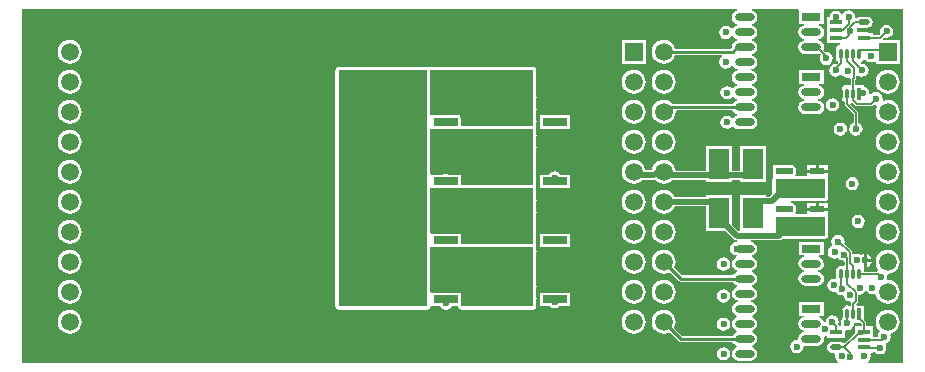
<source format=gbl>
G04*
G04 #@! TF.GenerationSoftware,Altium Limited,Altium Designer,20.1.12 (249)*
G04*
G04 Layer_Physical_Order=4*
G04 Layer_Color=16711680*
%FSLAX25Y25*%
%MOIN*%
G70*
G04*
G04 #@! TF.SameCoordinates,D57ADFAC-2A33-4F97-B865-62DE6D2BA241*
G04*
G04*
G04 #@! TF.FilePolarity,Positive*
G04*
G01*
G75*
%ADD16O,0.04724X0.02165*%
%ADD17R,0.04724X0.02165*%
%ADD18R,0.06496X0.02559*%
%ADD19O,0.06496X0.02559*%
%ADD37C,0.00500*%
%ADD38C,0.01000*%
%ADD39C,0.02000*%
%ADD40R,0.05906X0.05906*%
%ADD41C,0.05906*%
%ADD42C,0.02362*%
%ADD43C,0.02400*%
%ADD44R,0.17323X0.17717*%
%ADD45R,0.08071X0.02559*%
%ADD46R,0.01378X0.03937*%
%ADD47O,0.01378X0.03937*%
%ADD48O,0.03937X0.01772*%
%ADD49R,0.03937X0.01772*%
%ADD50R,0.06890X0.10039*%
G36*
X294473Y803D02*
X282810D01*
X282658Y1303D01*
X283069Y1577D01*
X283551Y2299D01*
X283720Y3150D01*
X283607Y3717D01*
X283962Y4216D01*
X284366D01*
Y4603D01*
X284866Y4755D01*
X285148Y4333D01*
X285870Y3851D01*
X286720Y3682D01*
X287572Y3851D01*
X288293Y4333D01*
X288775Y5054D01*
X288944Y5906D01*
X288775Y6757D01*
X288680Y6899D01*
X288871Y7361D01*
X289040Y7394D01*
X289761Y7876D01*
X290244Y8598D01*
X290413Y9449D01*
X290265Y10193D01*
X290330Y10440D01*
X290531Y10769D01*
X291364Y11114D01*
X292189Y11748D01*
X292823Y12573D01*
X293221Y13535D01*
X293357Y14567D01*
X293221Y15599D01*
X292823Y16560D01*
X292189Y17386D01*
X291364Y18020D01*
X290402Y18418D01*
X289370Y18554D01*
X288338Y18418D01*
X287377Y18020D01*
X286551Y17386D01*
X285917Y16560D01*
X285519Y15599D01*
X285383Y14567D01*
X285519Y13535D01*
X285917Y12573D01*
X286551Y11748D01*
X286747Y11597D01*
X286731Y11098D01*
X286616Y11021D01*
X286134Y10300D01*
X285965Y9449D01*
X285946Y9426D01*
X284366D01*
Y13106D01*
X282162D01*
Y14151D01*
X282162Y14151D01*
X282104Y14444D01*
X281938Y14692D01*
X281938Y14692D01*
X281484Y15146D01*
Y20001D01*
X279027D01*
X278820Y20502D01*
X279243Y20925D01*
X279409Y21173D01*
X279467Y21466D01*
Y23377D01*
X279854Y23694D01*
X279959Y23673D01*
X280810Y23842D01*
X281531Y24325D01*
X281834Y24777D01*
X282432Y24782D01*
X282680Y24412D01*
X283401Y23930D01*
X284252Y23760D01*
X284966Y23902D01*
X285505Y23643D01*
X285519Y23535D01*
X285917Y22573D01*
X286551Y21748D01*
X287377Y21114D01*
X288338Y20716D01*
X289370Y20580D01*
X290402Y20716D01*
X291364Y21114D01*
X292189Y21748D01*
X292823Y22573D01*
X293221Y23535D01*
X293357Y24567D01*
X293221Y25599D01*
X292823Y26560D01*
X292189Y27386D01*
X291364Y28020D01*
X290402Y28418D01*
X289523Y28534D01*
X289214Y28864D01*
X289132Y29027D01*
X289232Y29528D01*
X289116Y30109D01*
X289225Y30312D01*
X289465Y30583D01*
X289490Y30596D01*
X290402Y30716D01*
X291364Y31114D01*
X292189Y31748D01*
X292823Y32574D01*
X293221Y33535D01*
X293357Y34567D01*
X293221Y35599D01*
X292823Y36560D01*
X292189Y37386D01*
X291364Y38020D01*
X290402Y38418D01*
X289370Y38554D01*
X288338Y38418D01*
X287377Y38020D01*
X286551Y37386D01*
X285917Y36560D01*
X285519Y35599D01*
X285383Y34567D01*
X285519Y33535D01*
X285917Y32574D01*
X286270Y32114D01*
X286184Y31710D01*
X286085Y31534D01*
X285560Y31183D01*
X281518D01*
Y31698D01*
X281386Y32357D01*
X281361Y32395D01*
X281397Y32448D01*
Y35022D01*
Y37146D01*
X281046Y37076D01*
X280519Y36724D01*
X279887Y37147D01*
X279035Y37316D01*
X278184Y37147D01*
X278064Y37066D01*
X277623Y37302D01*
Y37709D01*
X277623Y37709D01*
X277565Y38001D01*
X277399Y38249D01*
X277399Y38249D01*
X274934Y40714D01*
X275059Y41339D01*
X274889Y42190D01*
X274407Y42911D01*
X273686Y43393D01*
X272835Y43562D01*
X271984Y43393D01*
X271262Y42911D01*
X270780Y42190D01*
X270611Y41339D01*
X270780Y40488D01*
X270957Y40223D01*
X270802Y39850D01*
X270081Y39368D01*
X269599Y38646D01*
X269430Y37795D01*
X269599Y36944D01*
X270081Y36223D01*
X270802Y35741D01*
X271654Y35571D01*
X272505Y35741D01*
X272866Y35982D01*
X273231Y35435D01*
X273952Y34953D01*
X274803Y34784D01*
X275094Y34546D01*
Y33527D01*
X274594Y33259D01*
X274549Y33289D01*
X273890Y33420D01*
X273231Y33289D01*
X272672Y32916D01*
X272299Y32357D01*
X272168Y31698D01*
Y29323D01*
X271850Y28979D01*
X271705Y28905D01*
X271358Y28974D01*
X270507Y28805D01*
X269786Y28323D01*
X269304Y27602D01*
X269134Y26750D01*
X269304Y25899D01*
X269786Y25178D01*
X270507Y24696D01*
X271358Y24527D01*
X272055Y24665D01*
X272435Y24096D01*
X273157Y23614D01*
X274008Y23444D01*
X274561Y23554D01*
X274717Y22771D01*
X275199Y22050D01*
X275921Y21567D01*
X276772Y21398D01*
X276890Y21422D01*
X276935Y21383D01*
X277168Y20967D01*
X277092Y20854D01*
X277034Y20561D01*
Y20160D01*
X276780Y19953D01*
X276673Y19909D01*
X276548Y19883D01*
X276517Y19904D01*
X275858Y20035D01*
X275199Y19904D01*
X274641Y19530D01*
X274267Y18971D01*
X274136Y18313D01*
Y15754D01*
X274194Y15466D01*
X273804Y14882D01*
X273635Y14031D01*
X273719Y13606D01*
X273410Y13230D01*
X273166Y13258D01*
X272989Y13547D01*
X272921Y13716D01*
X273090Y14567D01*
X272921Y15418D01*
X272439Y16139D01*
X271717Y16622D01*
X270866Y16791D01*
X270015Y16622D01*
X269294Y16139D01*
X268812Y15418D01*
X268708Y14897D01*
X268554Y14552D01*
X268041Y14571D01*
X267994Y14807D01*
X267490Y15561D01*
X266736Y16065D01*
X266368Y16138D01*
X266417Y16638D01*
X268126D01*
Y21197D01*
X259630D01*
Y16638D01*
X261339D01*
X261388Y16138D01*
X261020Y16065D01*
X260266Y15561D01*
X259762Y14807D01*
X259585Y13917D01*
X259762Y13028D01*
X260266Y12274D01*
X261020Y11770D01*
X261512Y11672D01*
Y11162D01*
X261020Y11065D01*
X260266Y10561D01*
X259762Y9807D01*
X259587Y8927D01*
X259553Y8791D01*
X259247Y8485D01*
X259055Y8523D01*
X258204Y8354D01*
X257483Y7872D01*
X257001Y7150D01*
X256831Y6299D01*
X257001Y5448D01*
X257483Y4727D01*
X258204Y4245D01*
X259055Y4075D01*
X259906Y4245D01*
X260628Y4727D01*
X261110Y5448D01*
X261279Y6299D01*
X261629Y6649D01*
X261910Y6593D01*
X265846D01*
X266736Y6770D01*
X267490Y7274D01*
X267994Y8028D01*
X268171Y8917D01*
X268042Y9562D01*
X268423Y9996D01*
X268499Y9981D01*
X268791Y10039D01*
X269177Y9722D01*
Y9335D01*
X275114D01*
Y11562D01*
X275501Y11879D01*
X275858Y11808D01*
X276709Y11977D01*
X277431Y12459D01*
X277913Y13180D01*
X277998Y13609D01*
X278099Y14032D01*
X278560Y14064D01*
X280403D01*
X280633Y13835D01*
Y13106D01*
X278429D01*
Y10749D01*
X275089Y7408D01*
X274591Y7457D01*
X274588Y7462D01*
X273964Y7879D01*
X273228Y8025D01*
X271063D01*
X270327Y7879D01*
X269703Y7462D01*
X269287Y6838D01*
X269140Y6102D01*
X269287Y5367D01*
X269703Y4743D01*
X270327Y4326D01*
X271063Y4180D01*
X271525D01*
X271897Y3680D01*
X271792Y3150D01*
X271961Y2299D01*
X272443Y1577D01*
X272854Y1303D01*
X272702Y803D01*
X803D01*
Y118882D01*
X239096D01*
X239146Y118382D01*
X238776Y118309D01*
X238022Y117805D01*
X237518Y117051D01*
X237341Y116161D01*
X237518Y115272D01*
X238022Y114518D01*
X238776Y114014D01*
X239268Y113916D01*
Y113407D01*
X238776Y113309D01*
X238022Y112805D01*
X237745Y112390D01*
X237143Y112390D01*
X237006Y112596D01*
X236284Y113078D01*
X235433Y113248D01*
X234582Y113078D01*
X233861Y112596D01*
X233379Y111875D01*
X233209Y111024D01*
X233379Y110173D01*
X233861Y109451D01*
X234582Y108969D01*
X235433Y108800D01*
X236284Y108969D01*
X237006Y109451D01*
X237235Y109795D01*
X237837D01*
X238022Y109518D01*
X238776Y109014D01*
X239268Y108916D01*
Y108406D01*
X238776Y108309D01*
X238022Y107805D01*
X237518Y107051D01*
X237341Y106161D01*
X237368Y106028D01*
X236989Y105587D01*
X218577D01*
X218575Y105599D01*
X218177Y106560D01*
X217544Y107386D01*
X216718Y108020D01*
X215756Y108418D01*
X214724Y108554D01*
X213692Y108418D01*
X212731Y108020D01*
X211905Y107386D01*
X211272Y106560D01*
X210873Y105599D01*
X210738Y104567D01*
X210873Y103535D01*
X211272Y102574D01*
X211905Y101748D01*
X212731Y101114D01*
X213692Y100716D01*
X214724Y100580D01*
X215756Y100716D01*
X216718Y101114D01*
X217544Y101748D01*
X218177Y102574D01*
X218575Y103535D01*
X218577Y103547D01*
X234149D01*
X234300Y103047D01*
X233861Y102754D01*
X233379Y102032D01*
X233209Y101181D01*
X233379Y100330D01*
X233861Y99609D01*
X234582Y99126D01*
X235433Y98957D01*
X236284Y99126D01*
X237006Y99609D01*
X237183Y99874D01*
X237784D01*
X238022Y99518D01*
X238776Y99014D01*
X239466Y98877D01*
Y98367D01*
X238776Y98230D01*
X238022Y97726D01*
X237518Y96972D01*
X237341Y96083D01*
X237518Y95193D01*
X238022Y94439D01*
X238776Y93935D01*
X239268Y93838D01*
Y93328D01*
X238776Y93230D01*
X238022Y92726D01*
X237882Y92517D01*
X237399D01*
X236678Y92999D01*
X235827Y93169D01*
X234976Y92999D01*
X234254Y92517D01*
X233772Y91796D01*
X233603Y90945D01*
X233772Y90094D01*
X234254Y89372D01*
X234976Y88890D01*
X235827Y88721D01*
X236678Y88890D01*
X237399Y89372D01*
X237483Y89498D01*
X237910D01*
X238038Y89428D01*
X238776Y88935D01*
X239268Y88838D01*
Y88328D01*
X238776Y88230D01*
X238022Y87726D01*
X237605Y87102D01*
X217761D01*
X217544Y87386D01*
X216718Y88020D01*
X215756Y88418D01*
X214724Y88554D01*
X213692Y88418D01*
X212731Y88020D01*
X211905Y87386D01*
X211272Y86560D01*
X210873Y85599D01*
X210738Y84567D01*
X210873Y83535D01*
X211272Y82573D01*
X211905Y81748D01*
X212731Y81114D01*
X213692Y80716D01*
X214724Y80580D01*
X215756Y80716D01*
X216718Y81114D01*
X217544Y81748D01*
X218177Y82573D01*
X218575Y83535D01*
X218711Y84567D01*
X218695Y84687D01*
X219025Y85063D01*
X237605D01*
X238022Y84439D01*
X238776Y83935D01*
X239268Y83838D01*
Y83328D01*
X238776Y83230D01*
X238022Y82726D01*
X237944Y82609D01*
X237443D01*
X237399Y82675D01*
X236678Y83157D01*
X235827Y83326D01*
X234976Y83157D01*
X234254Y82675D01*
X233772Y81953D01*
X233603Y81102D01*
X233772Y80251D01*
X234254Y79530D01*
X234976Y79048D01*
X235827Y78878D01*
X236678Y79048D01*
X237399Y79530D01*
X237430Y79576D01*
X237930D01*
X238022Y79439D01*
X238776Y78935D01*
X239665Y78759D01*
X243602D01*
X244492Y78935D01*
X245246Y79439D01*
X245750Y80193D01*
X245927Y81083D01*
X245750Y81972D01*
X245246Y82726D01*
X244492Y83230D01*
X244000Y83328D01*
Y83838D01*
X244492Y83935D01*
X245246Y84439D01*
X245750Y85193D01*
X245927Y86083D01*
X245750Y86972D01*
X245246Y87726D01*
X244492Y88230D01*
X244000Y88328D01*
Y88838D01*
X244492Y88935D01*
X245246Y89439D01*
X245750Y90193D01*
X245927Y91083D01*
X245750Y91972D01*
X245246Y92726D01*
X244492Y93230D01*
X244000Y93328D01*
Y93838D01*
X244492Y93935D01*
X245246Y94439D01*
X245750Y95193D01*
X245927Y96083D01*
X245750Y96972D01*
X245246Y97726D01*
X244492Y98230D01*
X243802Y98367D01*
Y98877D01*
X244492Y99014D01*
X245246Y99518D01*
X245750Y100272D01*
X245927Y101161D01*
X245750Y102051D01*
X245246Y102805D01*
X244492Y103309D01*
X244000Y103407D01*
Y103916D01*
X244492Y104014D01*
X245246Y104518D01*
X245750Y105272D01*
X245927Y106161D01*
X245750Y107051D01*
X245246Y107805D01*
X244492Y108309D01*
X244000Y108406D01*
Y108916D01*
X244492Y109014D01*
X245246Y109518D01*
X245750Y110272D01*
X245927Y111161D01*
X245750Y112051D01*
X245246Y112805D01*
X244492Y113309D01*
X244000Y113407D01*
Y113916D01*
X244492Y114014D01*
X245246Y114518D01*
X245750Y115272D01*
X245927Y116161D01*
X245750Y117051D01*
X245246Y117805D01*
X244492Y118309D01*
X244122Y118382D01*
X244171Y118882D01*
X259488D01*
X259630Y118441D01*
X259630Y118382D01*
Y113882D01*
X261339D01*
X261388Y113382D01*
X261020Y113309D01*
X260266Y112805D01*
X259762Y112051D01*
X259585Y111161D01*
X259762Y110272D01*
X260266Y109518D01*
X261020Y109014D01*
X261512Y108916D01*
Y108406D01*
X261020Y108309D01*
X260266Y107805D01*
X259762Y107051D01*
X259585Y106161D01*
X259762Y105272D01*
X260266Y104518D01*
X261020Y104014D01*
X261910Y103837D01*
X265846D01*
X266736Y104014D01*
X266842Y104085D01*
X267192Y103735D01*
X266843Y103213D01*
X266674Y102362D01*
X266843Y101511D01*
X267325Y100790D01*
X268047Y100308D01*
X268898Y100138D01*
X269749Y100308D01*
X270470Y100790D01*
X270952Y101511D01*
X271122Y102362D01*
X270952Y103213D01*
X270470Y103935D01*
X269749Y104417D01*
X268898Y104586D01*
X268569Y104521D01*
X267923Y105166D01*
X267994Y105272D01*
X268171Y106161D01*
X267994Y107051D01*
X267490Y107805D01*
X266736Y108309D01*
X266244Y108406D01*
Y108916D01*
X266736Y109014D01*
X267490Y109518D01*
X267994Y110272D01*
X268171Y111161D01*
X267994Y112051D01*
X267490Y112805D01*
X266736Y113309D01*
X266368Y113382D01*
X266417Y113882D01*
X268126D01*
Y118382D01*
X268126Y118441D01*
X268268Y118882D01*
X294473D01*
Y803D01*
D02*
G37*
%LPC*%
G36*
X276378Y118366D02*
X275527Y118196D01*
X274805Y117714D01*
X274530Y117301D01*
X273928D01*
X273718Y117616D01*
X272997Y118098D01*
X272146Y118267D01*
X271295Y118098D01*
X270573Y117616D01*
X270091Y116894D01*
X269964Y116256D01*
X269177D01*
Y112484D01*
Y109925D01*
Y107366D01*
X273405D01*
X273455Y106866D01*
X273160Y106807D01*
X272601Y106434D01*
X272228Y105876D01*
X272097Y105217D01*
Y102657D01*
X272228Y101998D01*
X272601Y101440D01*
X272628Y101422D01*
X272677Y100924D01*
X272343Y100590D01*
X272047Y100649D01*
X271196Y100480D01*
X270475Y99998D01*
X269993Y99276D01*
X269823Y98425D01*
X269993Y97574D01*
X270475Y96853D01*
X271196Y96371D01*
X272047Y96201D01*
X272898Y96371D01*
X273620Y96853D01*
X273663Y96918D01*
X274264D01*
X274532Y96517D01*
X275253Y96035D01*
X276104Y95866D01*
X276622Y95969D01*
X276662Y95948D01*
X277006Y95536D01*
X276991Y95459D01*
Y93659D01*
X276491Y93392D01*
X276446Y93422D01*
X275787Y93553D01*
X275128Y93422D01*
X274570Y93048D01*
X274196Y92490D01*
X274065Y91831D01*
Y89272D01*
X274196Y88613D01*
X274570Y88054D01*
X275023Y87751D01*
Y87205D01*
X275081Y86912D01*
X275247Y86664D01*
X277976Y83935D01*
Y80858D01*
X277889Y80840D01*
X277168Y80358D01*
X276686Y79637D01*
X276516Y78786D01*
X276686Y77935D01*
X277168Y77213D01*
X277889Y76731D01*
X278740Y76562D01*
X279591Y76731D01*
X280313Y77213D01*
X280795Y77935D01*
X280964Y78786D01*
X280795Y79637D01*
X280313Y80358D01*
X279591Y80840D01*
X279505Y80858D01*
Y84252D01*
X279447Y84545D01*
X279281Y84793D01*
X276787Y87286D01*
X277097Y87681D01*
X277756Y87550D01*
X277796Y87558D01*
X278679Y86674D01*
X278679Y86674D01*
X278927Y86509D01*
X279220Y86450D01*
X279220Y86450D01*
X283672D01*
X283964Y86509D01*
X284212Y86674D01*
X284509Y86971D01*
X284582Y86922D01*
X285433Y86752D01*
X285462Y86758D01*
X285818Y86319D01*
X285519Y85599D01*
X285383Y84567D01*
X285519Y83535D01*
X285917Y82573D01*
X286551Y81748D01*
X287377Y81114D01*
X288338Y80716D01*
X289370Y80580D01*
X290402Y80716D01*
X291364Y81114D01*
X292189Y81748D01*
X292823Y82573D01*
X293221Y83535D01*
X293357Y84567D01*
X293221Y85599D01*
X292823Y86560D01*
X292189Y87386D01*
X291364Y88020D01*
X290402Y88418D01*
X289370Y88554D01*
X288338Y88418D01*
X288030Y88290D01*
X287592Y88650D01*
X287657Y88976D01*
X287488Y89827D01*
X287006Y90549D01*
X286284Y91031D01*
X285433Y91200D01*
X284582Y91031D01*
X283861Y90549D01*
X283647Y90230D01*
X283176Y90425D01*
X283266Y90875D01*
X283097Y91726D01*
X282615Y92447D01*
X281893Y92930D01*
X281413Y93025D01*
Y93520D01*
X278521D01*
Y95143D01*
X278576Y95198D01*
X278742Y95446D01*
X278800Y95739D01*
Y96599D01*
X279300Y96776D01*
X279907Y96371D01*
X280758Y96201D01*
X281609Y96371D01*
X282331Y96853D01*
X282813Y97574D01*
X282982Y98425D01*
X282813Y99276D01*
X282331Y99998D01*
X281609Y100480D01*
X280758Y100649D01*
X280519Y100601D01*
X280383Y101067D01*
X280942Y101440D01*
X281315Y101998D01*
X281328Y102062D01*
X281859Y102167D01*
X282187Y101675D01*
X282909Y101193D01*
X283760Y101024D01*
X284611Y101193D01*
X284917Y101398D01*
X285417Y101131D01*
Y100614D01*
X293323D01*
Y108520D01*
X287867D01*
X287660Y109020D01*
X288052Y109412D01*
X288125Y109363D01*
X288976Y109194D01*
X289827Y109363D01*
X290549Y109845D01*
X291031Y110566D01*
X291200Y111417D01*
X291031Y112268D01*
X290549Y112990D01*
X289827Y113472D01*
X288976Y113641D01*
X288125Y113472D01*
X287404Y112990D01*
X286922Y112268D01*
X286753Y111417D01*
X286922Y110566D01*
X286971Y110493D01*
X286494Y110017D01*
X284366D01*
Y111138D01*
X279442D01*
X279124Y111524D01*
X279136Y111583D01*
X278974Y112397D01*
X279057Y112502D01*
X279366Y112736D01*
X279579Y112594D01*
X280315Y112447D01*
X282480D01*
X283216Y112594D01*
X283840Y113011D01*
X284257Y113634D01*
X284403Y114370D01*
X284257Y115106D01*
X283840Y115730D01*
X283216Y116147D01*
X282480Y116293D01*
X280315D01*
X279579Y116147D01*
X279041Y115787D01*
X278717Y115924D01*
X278580Y116035D01*
X278602Y116142D01*
X278432Y116993D01*
X277950Y117714D01*
X277229Y118196D01*
X276378Y118366D01*
D02*
G37*
G36*
X208677Y108520D02*
X200772D01*
Y100614D01*
X208677D01*
Y108520D01*
D02*
G37*
G36*
X16693Y108554D02*
X15661Y108418D01*
X14699Y108020D01*
X13874Y107386D01*
X13240Y106560D01*
X12842Y105599D01*
X12706Y104567D01*
X12842Y103535D01*
X13240Y102574D01*
X13874Y101748D01*
X14699Y101114D01*
X15661Y100716D01*
X16693Y100580D01*
X17725Y100716D01*
X18686Y101114D01*
X19512Y101748D01*
X20146Y102574D01*
X20544Y103535D01*
X20680Y104567D01*
X20544Y105599D01*
X20146Y106560D01*
X19512Y107386D01*
X18686Y108020D01*
X17725Y108418D01*
X16693Y108554D01*
D02*
G37*
G36*
X170079Y99487D02*
X169866Y99445D01*
X167930D01*
X167717Y99487D01*
X167503Y99445D01*
X165568D01*
X165354Y99487D01*
X165141Y99445D01*
X163205D01*
X162992Y99487D01*
X162779Y99445D01*
X160843D01*
X160630Y99487D01*
X160417Y99445D01*
X158481D01*
X158268Y99487D01*
X158055Y99445D01*
X156119D01*
X155905Y99487D01*
X155692Y99445D01*
X153756D01*
X153543Y99487D01*
X153330Y99445D01*
X151394D01*
X151181Y99487D01*
X150968Y99445D01*
X149032D01*
X148819Y99487D01*
X148606Y99445D01*
X146670D01*
X146457Y99487D01*
X146244Y99445D01*
X144308D01*
X144095Y99487D01*
X143881Y99445D01*
X141945D01*
X141732Y99487D01*
X141519Y99445D01*
X139583D01*
X139370Y99487D01*
X139157Y99445D01*
X136846D01*
X136686Y99413D01*
X136524Y99392D01*
X136492Y99374D01*
X136456Y99367D01*
X136337Y99287D01*
X136217Y99367D01*
X135827Y99445D01*
X106299D01*
X105909Y99367D01*
X105578Y99146D01*
X105357Y98815D01*
X105280Y98425D01*
Y94701D01*
X105237Y94488D01*
X105280Y94275D01*
Y90764D01*
X105237Y90551D01*
X105280Y90338D01*
Y86827D01*
X105237Y86614D01*
X105280Y86401D01*
Y82890D01*
X105237Y82677D01*
X105280Y82464D01*
Y78953D01*
X105237Y78740D01*
X105280Y78527D01*
Y75016D01*
X105237Y74803D01*
X105280Y74590D01*
Y71079D01*
X105237Y70866D01*
X105280Y70653D01*
Y67142D01*
X105237Y66929D01*
X105280Y66716D01*
Y63205D01*
X105237Y62992D01*
X105280Y62779D01*
Y59268D01*
X105237Y59055D01*
X105280Y58842D01*
Y55331D01*
X105237Y55118D01*
X105280Y54905D01*
Y51394D01*
X105237Y51181D01*
X105280Y50968D01*
Y47457D01*
X105237Y47244D01*
X105280Y47031D01*
Y43520D01*
X105237Y43307D01*
X105280Y43094D01*
Y39583D01*
X105237Y39370D01*
X105280Y39157D01*
Y35646D01*
X105237Y35433D01*
X105280Y35220D01*
Y31709D01*
X105237Y31496D01*
X105280Y31283D01*
Y27772D01*
X105237Y27559D01*
X105280Y27346D01*
Y23835D01*
X105237Y23622D01*
X105280Y23409D01*
Y19685D01*
X105357Y19295D01*
X105578Y18964D01*
X105909Y18743D01*
X106299Y18665D01*
X135827D01*
X136217Y18743D01*
X136548Y18964D01*
X136769Y19295D01*
X136785Y19375D01*
X137091Y19748D01*
X140250D01*
X140553Y19294D01*
X141275Y18812D01*
X142126Y18642D01*
X142977Y18812D01*
X143699Y19294D01*
X144002Y19748D01*
X146142D01*
X146168Y19618D01*
X146176Y19485D01*
X146206Y19424D01*
X146219Y19358D01*
X146293Y19248D01*
X146352Y19128D01*
X146403Y19084D01*
X146440Y19027D01*
X146551Y18953D01*
X146651Y18866D01*
X146715Y18844D01*
X146771Y18806D01*
X146901Y18780D01*
X147027Y18737D01*
X147501Y18674D01*
X147569Y18679D01*
X147635Y18665D01*
X171260D01*
X171650Y18743D01*
X171981Y18964D01*
X172202Y19295D01*
X172279Y19685D01*
Y22228D01*
X172322Y22441D01*
X172279Y22654D01*
Y26165D01*
X172322Y26378D01*
X172279Y26591D01*
Y30102D01*
X172322Y30315D01*
X172279Y30528D01*
Y34039D01*
X172322Y34252D01*
X172279Y34465D01*
Y37976D01*
X172322Y38189D01*
X172279Y38402D01*
Y39354D01*
X172202Y39744D01*
X172122Y39864D01*
X172202Y39984D01*
X172279Y40374D01*
Y43094D01*
X172322Y43307D01*
X172279Y43520D01*
Y47031D01*
X172322Y47244D01*
X172279Y47457D01*
Y50968D01*
X172322Y51181D01*
X172279Y51394D01*
Y54905D01*
X172322Y55118D01*
X172279Y55331D01*
Y59039D01*
X172202Y59430D01*
X172122Y59549D01*
X172202Y59669D01*
X172279Y60059D01*
Y64747D01*
X172322Y64961D01*
X172279Y65174D01*
Y68684D01*
X172322Y68898D01*
X172279Y69111D01*
Y72622D01*
X172322Y72835D01*
X172279Y73048D01*
Y76559D01*
X172322Y76772D01*
X172279Y76985D01*
Y78724D01*
X172202Y79115D01*
X172122Y79234D01*
X172202Y79354D01*
X172279Y79744D01*
Y81283D01*
X172322Y81496D01*
X172279Y81709D01*
Y85220D01*
X172322Y85433D01*
X172279Y85646D01*
Y89157D01*
X172322Y89370D01*
X172279Y89583D01*
Y93094D01*
X172322Y93307D01*
X172279Y93520D01*
Y97031D01*
X172322Y97244D01*
X172279Y97457D01*
Y98425D01*
X172202Y98815D01*
X171981Y99146D01*
X171650Y99367D01*
X171260Y99445D01*
X170292D01*
X170079Y99487D01*
D02*
G37*
G36*
X289370Y98554D02*
X288338Y98418D01*
X287377Y98020D01*
X286551Y97386D01*
X285917Y96560D01*
X285519Y95599D01*
X285383Y94567D01*
X285519Y93535D01*
X285917Y92573D01*
X286551Y91748D01*
X287377Y91114D01*
X288338Y90716D01*
X289370Y90580D01*
X290402Y90716D01*
X291364Y91114D01*
X292189Y91748D01*
X292823Y92573D01*
X293221Y93535D01*
X293357Y94567D01*
X293221Y95599D01*
X292823Y96560D01*
X292189Y97386D01*
X291364Y98020D01*
X290402Y98418D01*
X289370Y98554D01*
D02*
G37*
G36*
X214724D02*
X213692Y98418D01*
X212731Y98020D01*
X211905Y97386D01*
X211272Y96560D01*
X210873Y95599D01*
X210738Y94567D01*
X210873Y93535D01*
X211272Y92573D01*
X211905Y91748D01*
X212731Y91114D01*
X213692Y90716D01*
X214724Y90580D01*
X215756Y90716D01*
X216718Y91114D01*
X217544Y91748D01*
X218177Y92573D01*
X218575Y93535D01*
X218711Y94567D01*
X218575Y95599D01*
X218177Y96560D01*
X217544Y97386D01*
X216718Y98020D01*
X215756Y98418D01*
X214724Y98554D01*
D02*
G37*
G36*
X204724D02*
X203693Y98418D01*
X202731Y98020D01*
X201905Y97386D01*
X201272Y96560D01*
X200873Y95599D01*
X200738Y94567D01*
X200873Y93535D01*
X201272Y92573D01*
X201905Y91748D01*
X202731Y91114D01*
X203693Y90716D01*
X204724Y90580D01*
X205756Y90716D01*
X206718Y91114D01*
X207544Y91748D01*
X208177Y92573D01*
X208575Y93535D01*
X208711Y94567D01*
X208575Y95599D01*
X208177Y96560D01*
X207544Y97386D01*
X206718Y98020D01*
X205756Y98418D01*
X204724Y98554D01*
D02*
G37*
G36*
X16693D02*
X15661Y98418D01*
X14699Y98020D01*
X13874Y97386D01*
X13240Y96560D01*
X12842Y95599D01*
X12706Y94567D01*
X12842Y93535D01*
X13240Y92573D01*
X13874Y91748D01*
X14699Y91114D01*
X15661Y90716D01*
X16693Y90580D01*
X17725Y90716D01*
X18686Y91114D01*
X19512Y91748D01*
X20146Y92573D01*
X20544Y93535D01*
X20680Y94567D01*
X20544Y95599D01*
X20146Y96560D01*
X19512Y97386D01*
X18686Y98020D01*
X17725Y98418D01*
X16693Y98554D01*
D02*
G37*
G36*
X270965Y89133D02*
X270113Y88964D01*
X269392Y88482D01*
X268910Y87761D01*
X268741Y86910D01*
X268910Y86058D01*
X269392Y85337D01*
X270113Y84855D01*
X270965Y84686D01*
X271816Y84855D01*
X272537Y85337D01*
X273019Y86058D01*
X273188Y86910D01*
X273019Y87761D01*
X272537Y88482D01*
X271816Y88964D01*
X270965Y89133D01*
D02*
G37*
G36*
X268126Y98362D02*
X259630D01*
Y93803D01*
X261339D01*
X261388Y93303D01*
X261020Y93230D01*
X260266Y92726D01*
X259762Y91972D01*
X259585Y91083D01*
X259762Y90193D01*
X260266Y89439D01*
X261020Y88935D01*
X261512Y88838D01*
Y88328D01*
X261020Y88230D01*
X260266Y87726D01*
X259762Y86972D01*
X259585Y86083D01*
X259762Y85193D01*
X260266Y84439D01*
X261020Y83935D01*
X261910Y83758D01*
X265846D01*
X266736Y83935D01*
X267490Y84439D01*
X267994Y85193D01*
X268171Y86083D01*
X267994Y86972D01*
X267490Y87726D01*
X266736Y88230D01*
X266244Y88328D01*
Y88838D01*
X266736Y88935D01*
X267490Y89439D01*
X267994Y90193D01*
X268171Y91083D01*
X267994Y91972D01*
X267490Y92726D01*
X266736Y93230D01*
X266368Y93303D01*
X266417Y93803D01*
X268126D01*
Y98362D01*
D02*
G37*
G36*
X204724Y88554D02*
X203693Y88418D01*
X202731Y88020D01*
X201905Y87386D01*
X201272Y86560D01*
X200873Y85599D01*
X200738Y84567D01*
X200873Y83535D01*
X201272Y82573D01*
X201905Y81748D01*
X202731Y81114D01*
X203693Y80716D01*
X204724Y80580D01*
X205756Y80716D01*
X206718Y81114D01*
X207544Y81748D01*
X208177Y82573D01*
X208575Y83535D01*
X208711Y84567D01*
X208575Y85599D01*
X208177Y86560D01*
X207544Y87386D01*
X206718Y88020D01*
X205756Y88418D01*
X204724Y88554D01*
D02*
G37*
G36*
X16693D02*
X15661Y88418D01*
X14699Y88020D01*
X13874Y87386D01*
X13240Y86560D01*
X12842Y85599D01*
X12706Y84567D01*
X12842Y83535D01*
X13240Y82573D01*
X13874Y81748D01*
X14699Y81114D01*
X15661Y80716D01*
X16693Y80580D01*
X17725Y80716D01*
X18686Y81114D01*
X19512Y81748D01*
X20146Y82573D01*
X20544Y83535D01*
X20680Y84567D01*
X20544Y85599D01*
X20146Y86560D01*
X19512Y87386D01*
X18686Y88020D01*
X17725Y88418D01*
X16693Y88554D01*
D02*
G37*
G36*
X183382Y83362D02*
X173311D01*
Y78803D01*
X183382D01*
Y83362D01*
D02*
G37*
G36*
X273622Y81010D02*
X272771Y80840D01*
X272050Y80358D01*
X271568Y79637D01*
X271398Y78786D01*
X271568Y77935D01*
X272050Y77213D01*
X272771Y76731D01*
X273622Y76562D01*
X274473Y76731D01*
X275195Y77213D01*
X275677Y77935D01*
X275846Y78786D01*
X275677Y79637D01*
X275195Y80358D01*
X274473Y80840D01*
X273622Y81010D01*
D02*
G37*
G36*
X289370Y78554D02*
X288338Y78418D01*
X287377Y78020D01*
X286551Y77386D01*
X285917Y76560D01*
X285519Y75599D01*
X285383Y74567D01*
X285519Y73535D01*
X285917Y72574D01*
X286551Y71748D01*
X287377Y71114D01*
X288338Y70716D01*
X289370Y70580D01*
X290402Y70716D01*
X291364Y71114D01*
X292189Y71748D01*
X292823Y72574D01*
X293221Y73535D01*
X293357Y74567D01*
X293221Y75599D01*
X292823Y76560D01*
X292189Y77386D01*
X291364Y78020D01*
X290402Y78418D01*
X289370Y78554D01*
D02*
G37*
G36*
X214724Y78554D02*
X213692Y78418D01*
X212731Y78020D01*
X211905Y77386D01*
X211272Y76560D01*
X210873Y75599D01*
X210738Y74567D01*
X210873Y73535D01*
X211272Y72574D01*
X211905Y71748D01*
X212731Y71114D01*
X213692Y70716D01*
X214724Y70580D01*
X215756Y70716D01*
X216718Y71114D01*
X217544Y71748D01*
X218177Y72574D01*
X218575Y73535D01*
X218711Y74567D01*
X218575Y75599D01*
X218177Y76560D01*
X217544Y77386D01*
X216718Y78020D01*
X215756Y78418D01*
X214724Y78554D01*
D02*
G37*
G36*
X204724D02*
X203693Y78418D01*
X202731Y78020D01*
X201905Y77386D01*
X201272Y76560D01*
X200873Y75599D01*
X200738Y74567D01*
X200873Y73535D01*
X201272Y72574D01*
X201905Y71748D01*
X202731Y71114D01*
X203693Y70716D01*
X204724Y70580D01*
X205756Y70716D01*
X206718Y71114D01*
X207544Y71748D01*
X208177Y72574D01*
X208575Y73535D01*
X208711Y74567D01*
X208575Y75599D01*
X208177Y76560D01*
X207544Y77386D01*
X206718Y78020D01*
X205756Y78418D01*
X204724Y78554D01*
D02*
G37*
G36*
X16693D02*
X15661Y78418D01*
X14699Y78020D01*
X13874Y77386D01*
X13240Y76560D01*
X12842Y75599D01*
X12706Y74567D01*
X12842Y73535D01*
X13240Y72574D01*
X13874Y71748D01*
X14699Y71114D01*
X15661Y70716D01*
X16693Y70580D01*
X17725Y70716D01*
X18686Y71114D01*
X19512Y71748D01*
X20146Y72574D01*
X20544Y73535D01*
X20680Y74567D01*
X20544Y75599D01*
X20146Y76560D01*
X19512Y77386D01*
X18686Y78020D01*
X17725Y78418D01*
X16693Y78554D01*
D02*
G37*
G36*
X269307Y66846D02*
X266445D01*
Y65264D01*
X269307D01*
Y66846D01*
D02*
G37*
G36*
X265445D02*
X262583D01*
Y65264D01*
X265445D01*
Y66846D01*
D02*
G37*
G36*
X248933Y73343D02*
X240043D01*
Y64915D01*
X237516D01*
Y73343D01*
X228626D01*
Y64915D01*
X218665D01*
X218575Y65599D01*
X218177Y66560D01*
X217544Y67386D01*
X216718Y68020D01*
X215756Y68418D01*
X214724Y68554D01*
X213692Y68418D01*
X212731Y68020D01*
X211905Y67386D01*
X211272Y66560D01*
X210873Y65599D01*
X210803Y65064D01*
X208646D01*
X208575Y65599D01*
X208177Y66560D01*
X207544Y67386D01*
X206718Y68020D01*
X205756Y68418D01*
X204724Y68554D01*
X203693Y68418D01*
X202731Y68020D01*
X201905Y67386D01*
X201272Y66560D01*
X200873Y65599D01*
X200738Y64567D01*
X200873Y63535D01*
X201272Y62573D01*
X201905Y61748D01*
X202731Y61114D01*
X203693Y60716D01*
X204724Y60580D01*
X205756Y60716D01*
X206718Y61114D01*
X207544Y61748D01*
X207741Y62006D01*
X211600D01*
X211693Y62024D01*
X211905Y61748D01*
X212731Y61114D01*
X213692Y60716D01*
X214724Y60580D01*
X215756Y60716D01*
X216718Y61114D01*
X217544Y61748D01*
X217627Y61856D01*
X228626D01*
Y61303D01*
X237516D01*
Y61856D01*
X240043D01*
Y61303D01*
X248933D01*
Y73343D01*
D02*
G37*
G36*
X289370Y68554D02*
X288338Y68418D01*
X287377Y68020D01*
X286551Y67386D01*
X285917Y66560D01*
X285519Y65599D01*
X285383Y64567D01*
X285519Y63535D01*
X285917Y62573D01*
X286551Y61748D01*
X287377Y61114D01*
X288338Y60716D01*
X289370Y60580D01*
X290402Y60716D01*
X291364Y61114D01*
X292189Y61748D01*
X292823Y62573D01*
X293221Y63535D01*
X293357Y64567D01*
X293221Y65599D01*
X292823Y66560D01*
X292189Y67386D01*
X291364Y68020D01*
X290402Y68418D01*
X289370Y68554D01*
D02*
G37*
G36*
X16693D02*
X15661Y68418D01*
X14699Y68020D01*
X13874Y67386D01*
X13240Y66560D01*
X12842Y65599D01*
X12706Y64567D01*
X12842Y63535D01*
X13240Y62573D01*
X13874Y61748D01*
X14699Y61114D01*
X15661Y60716D01*
X16693Y60580D01*
X17725Y60716D01*
X18686Y61114D01*
X19512Y61748D01*
X20146Y62573D01*
X20544Y63535D01*
X20680Y64567D01*
X20544Y65599D01*
X20146Y66560D01*
X19512Y67386D01*
X18686Y68020D01*
X17725Y68418D01*
X16693Y68554D01*
D02*
G37*
G36*
X178347Y64822D02*
X177495Y64653D01*
X176774Y64171D01*
X176444Y63677D01*
X173311D01*
Y59118D01*
X183382D01*
Y63677D01*
X180249D01*
X179919Y64171D01*
X179198Y64653D01*
X178347Y64822D01*
D02*
G37*
G36*
X277559Y62854D02*
X276708Y62685D01*
X275987Y62202D01*
X275504Y61481D01*
X275335Y60630D01*
X275504Y59779D01*
X275987Y59057D01*
X276708Y58575D01*
X277559Y58406D01*
X278410Y58575D01*
X279132Y59057D01*
X279614Y59779D01*
X279783Y60630D01*
X279614Y61481D01*
X279132Y62202D01*
X278410Y62685D01*
X277559Y62854D01*
D02*
G37*
G36*
X256693Y67007D02*
X255886Y66846D01*
X251165D01*
Y62803D01*
X251027Y62595D01*
X250949Y62205D01*
Y57192D01*
X250093Y56336D01*
X248933D01*
Y56807D01*
X240043D01*
Y44997D01*
X239543Y44903D01*
X237516Y46931D01*
Y56807D01*
X228626D01*
Y56096D01*
X218369D01*
X218177Y56560D01*
X217544Y57386D01*
X216718Y58020D01*
X215756Y58418D01*
X214724Y58554D01*
X213692Y58418D01*
X212731Y58020D01*
X211905Y57386D01*
X211272Y56560D01*
X210873Y55599D01*
X210738Y54567D01*
X210873Y53535D01*
X211272Y52574D01*
X211905Y51748D01*
X212731Y51114D01*
X213692Y50716D01*
X214724Y50580D01*
X215756Y50716D01*
X216718Y51114D01*
X217544Y51748D01*
X218177Y52574D01*
X218369Y53038D01*
X228626D01*
Y44768D01*
X235353D01*
X237895Y42226D01*
X238391Y41894D01*
X238971Y41779D01*
X238979Y41766D01*
X239107Y41278D01*
X238976Y41200D01*
X238125Y41031D01*
X237404Y40549D01*
X236922Y39827D01*
X236753Y38976D01*
X236922Y38125D01*
X237404Y37404D01*
X238125Y36922D01*
X238976Y36753D01*
X239012Y36700D01*
X238785Y36145D01*
X238776Y36143D01*
X238022Y35640D01*
X237518Y34885D01*
X237419Y34389D01*
X237341Y33996D01*
X236856Y33926D01*
X236700Y34709D01*
X236218Y35431D01*
X235497Y35913D01*
X234646Y36082D01*
X233795Y35913D01*
X233073Y35431D01*
X232591Y34709D01*
X232422Y33858D01*
X232591Y33007D01*
X233073Y32286D01*
X233795Y31804D01*
X234646Y31634D01*
X235497Y31804D01*
X236218Y32286D01*
X236700Y33007D01*
X236791Y33465D01*
X236870Y33858D01*
X237354Y33929D01*
X237518Y33107D01*
X238022Y32353D01*
X238776Y31849D01*
X239268Y31751D01*
Y31241D01*
X238776Y31143D01*
X238022Y30639D01*
X237605Y30016D01*
X220718D01*
X218170Y32564D01*
X218177Y32574D01*
X218575Y33535D01*
X218711Y34567D01*
X218575Y35599D01*
X218177Y36560D01*
X217544Y37386D01*
X216718Y38020D01*
X215756Y38418D01*
X214724Y38554D01*
X213692Y38418D01*
X212731Y38020D01*
X211905Y37386D01*
X211272Y36560D01*
X210873Y35599D01*
X210738Y34567D01*
X210873Y33535D01*
X211272Y32574D01*
X211905Y31748D01*
X212731Y31114D01*
X213692Y30716D01*
X214724Y30580D01*
X215756Y30716D01*
X216718Y31114D01*
X216728Y31122D01*
X219574Y28275D01*
X219905Y28054D01*
X220295Y27977D01*
X237605D01*
X238022Y27353D01*
X238776Y26849D01*
X239268Y26751D01*
Y26241D01*
X238776Y26143D01*
X238022Y25640D01*
X237518Y24885D01*
X237341Y23996D01*
X237518Y23107D01*
X238022Y22353D01*
X238776Y21849D01*
X239466Y21712D01*
Y21202D01*
X238776Y21065D01*
X238022Y20561D01*
X237518Y19807D01*
X237341Y18917D01*
X237518Y18028D01*
X238022Y17274D01*
X238776Y16770D01*
X239268Y16672D01*
Y16162D01*
X238776Y16065D01*
X238022Y15561D01*
X237518Y14807D01*
X237419Y14310D01*
X237341Y13917D01*
X236856Y13847D01*
X236700Y14630D01*
X236218Y15352D01*
X235497Y15834D01*
X234646Y16003D01*
X233795Y15834D01*
X233073Y15352D01*
X232591Y14630D01*
X232422Y13780D01*
X232591Y12928D01*
X233073Y12207D01*
X233795Y11725D01*
X234646Y11556D01*
X235497Y11725D01*
X236218Y12207D01*
X236700Y12928D01*
X236791Y13386D01*
X236870Y13780D01*
X237354Y13850D01*
X237518Y13028D01*
X238022Y12274D01*
X238776Y11770D01*
X239268Y11672D01*
Y11162D01*
X238776Y11065D01*
X238022Y10561D01*
X237605Y9937D01*
X220796D01*
X218170Y12564D01*
X218177Y12573D01*
X218575Y13535D01*
X218711Y14567D01*
X218575Y15599D01*
X218177Y16560D01*
X217544Y17386D01*
X216718Y18020D01*
X215756Y18418D01*
X214724Y18554D01*
X213692Y18418D01*
X212731Y18020D01*
X211905Y17386D01*
X211272Y16560D01*
X210873Y15599D01*
X210738Y14567D01*
X210873Y13535D01*
X211272Y12573D01*
X211905Y11748D01*
X212731Y11114D01*
X213692Y10716D01*
X214724Y10580D01*
X215756Y10716D01*
X216718Y11114D01*
X216728Y11122D01*
X219653Y8196D01*
X219984Y7975D01*
X220374Y7898D01*
X237605D01*
X238022Y7274D01*
X238776Y6770D01*
X239268Y6672D01*
Y6162D01*
X238776Y6065D01*
X238022Y5561D01*
X237518Y4807D01*
X237343Y3925D01*
X236870Y3937D01*
X236700Y4788D01*
X236218Y5509D01*
X235497Y5992D01*
X234646Y6161D01*
X233795Y5992D01*
X233073Y5509D01*
X232591Y4788D01*
X232422Y3937D01*
X232591Y3086D01*
X233073Y2365D01*
X233795Y1883D01*
X234646Y1713D01*
X235497Y1883D01*
X236218Y2365D01*
X236700Y3086D01*
X236868Y3929D01*
X237341Y3917D01*
X237518Y3028D01*
X238022Y2274D01*
X238776Y1770D01*
X239665Y1593D01*
X243602D01*
X244492Y1770D01*
X245246Y2274D01*
X245750Y3028D01*
X245927Y3917D01*
X245750Y4807D01*
X245246Y5561D01*
X244492Y6065D01*
X244000Y6162D01*
Y6672D01*
X244492Y6770D01*
X245246Y7274D01*
X245750Y8028D01*
X245927Y8917D01*
X245750Y9807D01*
X245246Y10561D01*
X244492Y11065D01*
X244000Y11162D01*
Y11672D01*
X244492Y11770D01*
X245246Y12274D01*
X245750Y13028D01*
X245927Y13917D01*
X245750Y14807D01*
X245246Y15561D01*
X244492Y16065D01*
X244000Y16162D01*
Y16672D01*
X244492Y16770D01*
X245246Y17274D01*
X245750Y18028D01*
X245927Y18917D01*
X245750Y19807D01*
X245246Y20561D01*
X244492Y21065D01*
X243802Y21202D01*
Y21712D01*
X244492Y21849D01*
X245246Y22353D01*
X245750Y23107D01*
X245927Y23996D01*
X245750Y24885D01*
X245246Y25640D01*
X244492Y26143D01*
X244000Y26241D01*
Y26751D01*
X244492Y26849D01*
X245246Y27353D01*
X245750Y28107D01*
X245927Y28996D01*
X245750Y29886D01*
X245246Y30639D01*
X244492Y31143D01*
X244000Y31241D01*
Y31751D01*
X244492Y31849D01*
X245246Y32353D01*
X245750Y33107D01*
X245927Y33996D01*
X245750Y34885D01*
X245246Y35640D01*
X244492Y36143D01*
X244000Y36241D01*
Y36751D01*
X244492Y36849D01*
X245246Y37353D01*
X245750Y38107D01*
X245927Y38996D01*
X245750Y39886D01*
X245246Y40639D01*
X244492Y41143D01*
X243816Y41278D01*
X243865Y41778D01*
X253150D01*
X253735Y41894D01*
X254231Y42226D01*
X254293Y42287D01*
X268504D01*
X268894Y42365D01*
X269225Y42586D01*
X269236Y42602D01*
X269307D01*
Y42709D01*
X269446Y42917D01*
X269524Y43307D01*
Y49606D01*
X269446Y49997D01*
X269307Y50204D01*
Y51665D01*
X265945D01*
X262583D01*
Y50626D01*
X258840D01*
X258605Y51067D01*
X258765Y51307D01*
X258936Y52165D01*
X258765Y53024D01*
X258279Y53751D01*
X257890Y54012D01*
Y54248D01*
X257499D01*
X257107Y54326D01*
X257033Y54491D01*
X256998Y54857D01*
X257033Y54886D01*
X268504D01*
X268894Y54963D01*
X269225Y55185D01*
X269236Y55201D01*
X269307D01*
Y55308D01*
X269446Y55515D01*
X269524Y55905D01*
Y62205D01*
X269446Y62595D01*
X269307Y62803D01*
Y64264D01*
X265945D01*
X262583D01*
Y63224D01*
X258840D01*
X258605Y63665D01*
X258765Y63905D01*
X258936Y64764D01*
X258765Y65622D01*
X258279Y66350D01*
X257890Y66610D01*
Y66846D01*
X257499D01*
X256693Y67007D01*
D02*
G37*
G36*
X269307Y54248D02*
X266445D01*
Y52665D01*
X269307D01*
Y54248D01*
D02*
G37*
G36*
X265445D02*
X262583D01*
Y52665D01*
X265445D01*
Y54248D01*
D02*
G37*
G36*
X289370Y58554D02*
X288338Y58418D01*
X287377Y58020D01*
X286551Y57386D01*
X285917Y56560D01*
X285519Y55599D01*
X285383Y54567D01*
X285519Y53535D01*
X285917Y52574D01*
X286551Y51748D01*
X287377Y51114D01*
X288338Y50716D01*
X289370Y50580D01*
X290402Y50716D01*
X291364Y51114D01*
X292189Y51748D01*
X292823Y52574D01*
X293221Y53535D01*
X293357Y54567D01*
X293221Y55599D01*
X292823Y56560D01*
X292189Y57386D01*
X291364Y58020D01*
X290402Y58418D01*
X289370Y58554D01*
D02*
G37*
G36*
X204724D02*
X203693Y58418D01*
X202731Y58020D01*
X201905Y57386D01*
X201272Y56560D01*
X200873Y55599D01*
X200738Y54567D01*
X200873Y53535D01*
X201272Y52574D01*
X201905Y51748D01*
X202731Y51114D01*
X203693Y50716D01*
X204724Y50580D01*
X205756Y50716D01*
X206718Y51114D01*
X207544Y51748D01*
X208177Y52574D01*
X208575Y53535D01*
X208711Y54567D01*
X208575Y55599D01*
X208177Y56560D01*
X207544Y57386D01*
X206718Y58020D01*
X205756Y58418D01*
X204724Y58554D01*
D02*
G37*
G36*
X16693D02*
X15661Y58418D01*
X14699Y58020D01*
X13874Y57386D01*
X13240Y56560D01*
X12842Y55599D01*
X12706Y54567D01*
X12842Y53535D01*
X13240Y52574D01*
X13874Y51748D01*
X14699Y51114D01*
X15661Y50716D01*
X16693Y50580D01*
X17725Y50716D01*
X18686Y51114D01*
X19512Y51748D01*
X20146Y52574D01*
X20544Y53535D01*
X20680Y54567D01*
X20544Y55599D01*
X20146Y56560D01*
X19512Y57386D01*
X18686Y58020D01*
X17725Y58418D01*
X16693Y58554D01*
D02*
G37*
G36*
X279528Y50255D02*
X278677Y50086D01*
X277955Y49604D01*
X277473Y48882D01*
X277304Y48031D01*
X277473Y47181D01*
X277955Y46459D01*
X278677Y45977D01*
X279528Y45808D01*
X280379Y45977D01*
X281100Y46459D01*
X281582Y47181D01*
X281751Y48031D01*
X281582Y48882D01*
X281100Y49604D01*
X280379Y50086D01*
X279528Y50255D01*
D02*
G37*
G36*
X214724Y48554D02*
X213692Y48418D01*
X212731Y48020D01*
X211905Y47386D01*
X211272Y46560D01*
X210873Y45599D01*
X210738Y44567D01*
X210873Y43535D01*
X211272Y42573D01*
X211905Y41748D01*
X212731Y41114D01*
X213692Y40716D01*
X214724Y40580D01*
X215756Y40716D01*
X216718Y41114D01*
X217544Y41748D01*
X218177Y42573D01*
X218575Y43535D01*
X218711Y44567D01*
X218575Y45599D01*
X218177Y46560D01*
X217544Y47386D01*
X216718Y48020D01*
X215756Y48418D01*
X214724Y48554D01*
D02*
G37*
G36*
X204724D02*
X203693Y48418D01*
X202731Y48020D01*
X201905Y47386D01*
X201272Y46560D01*
X200873Y45599D01*
X200738Y44567D01*
X200873Y43535D01*
X201272Y42573D01*
X201905Y41748D01*
X202731Y41114D01*
X203693Y40716D01*
X204724Y40580D01*
X205756Y40716D01*
X206718Y41114D01*
X207544Y41748D01*
X208177Y42573D01*
X208575Y43535D01*
X208711Y44567D01*
X208575Y45599D01*
X208177Y46560D01*
X207544Y47386D01*
X206718Y48020D01*
X205756Y48418D01*
X204724Y48554D01*
D02*
G37*
G36*
X16693D02*
X15661Y48418D01*
X14699Y48020D01*
X13874Y47386D01*
X13240Y46560D01*
X12842Y45599D01*
X12706Y44567D01*
X12842Y43535D01*
X13240Y42573D01*
X13874Y41748D01*
X14699Y41114D01*
X15661Y40716D01*
X16693Y40580D01*
X17725Y40716D01*
X18686Y41114D01*
X19512Y41748D01*
X20146Y42573D01*
X20544Y43535D01*
X20680Y44567D01*
X20544Y45599D01*
X20146Y46560D01*
X19512Y47386D01*
X18686Y48020D01*
X17725Y48418D01*
X16693Y48554D01*
D02*
G37*
G36*
X289370Y48554D02*
X288338Y48418D01*
X287377Y48020D01*
X286551Y47386D01*
X285917Y46560D01*
X285519Y45599D01*
X285383Y44567D01*
X285519Y43535D01*
X285917Y42573D01*
X286551Y41748D01*
X287377Y41114D01*
X288338Y40716D01*
X289370Y40580D01*
X290402Y40716D01*
X291364Y41114D01*
X292189Y41748D01*
X292823Y42573D01*
X293221Y43535D01*
X293357Y44567D01*
X293221Y45599D01*
X292823Y46560D01*
X292189Y47386D01*
X291364Y48020D01*
X290402Y48418D01*
X289370Y48554D01*
D02*
G37*
G36*
X183382Y43992D02*
X173311D01*
Y39433D01*
X183382D01*
Y43992D01*
D02*
G37*
G36*
X282397Y37146D02*
Y35522D01*
X284021D01*
X283951Y35873D01*
X283469Y36594D01*
X282748Y37076D01*
X282397Y37146D01*
D02*
G37*
G36*
X284021Y34522D02*
X282397D01*
Y32897D01*
X282748Y32967D01*
X283469Y33449D01*
X283951Y34171D01*
X284021Y34522D01*
D02*
G37*
G36*
X204724Y38554D02*
X203693Y38418D01*
X202731Y38020D01*
X201905Y37386D01*
X201272Y36560D01*
X200873Y35599D01*
X200738Y34567D01*
X200873Y33535D01*
X201272Y32574D01*
X201905Y31748D01*
X202731Y31114D01*
X203693Y30716D01*
X204724Y30580D01*
X205756Y30716D01*
X206718Y31114D01*
X207544Y31748D01*
X208177Y32574D01*
X208575Y33535D01*
X208711Y34567D01*
X208575Y35599D01*
X208177Y36560D01*
X207544Y37386D01*
X206718Y38020D01*
X205756Y38418D01*
X204724Y38554D01*
D02*
G37*
G36*
X16693D02*
X15661Y38418D01*
X14699Y38020D01*
X13874Y37386D01*
X13240Y36560D01*
X12842Y35599D01*
X12706Y34567D01*
X12842Y33535D01*
X13240Y32574D01*
X13874Y31748D01*
X14699Y31114D01*
X15661Y30716D01*
X16693Y30580D01*
X17725Y30716D01*
X18686Y31114D01*
X19512Y31748D01*
X20146Y32574D01*
X20544Y33535D01*
X20680Y34567D01*
X20544Y35599D01*
X20146Y36560D01*
X19512Y37386D01*
X18686Y38020D01*
X17725Y38418D01*
X16693Y38554D01*
D02*
G37*
G36*
X268126Y41276D02*
X259630D01*
Y36716D01*
X261339D01*
X261388Y36217D01*
X261020Y36143D01*
X260266Y35640D01*
X259762Y34885D01*
X259585Y33996D01*
X259762Y33107D01*
X260266Y32353D01*
X261020Y31849D01*
X261512Y31751D01*
Y31241D01*
X261020Y31143D01*
X260266Y30639D01*
X259762Y29886D01*
X259585Y28996D01*
X259762Y28107D01*
X260266Y27353D01*
X261020Y26849D01*
X261910Y26672D01*
X265846D01*
X266736Y26849D01*
X267490Y27353D01*
X267994Y28107D01*
X268171Y28996D01*
X267994Y29886D01*
X267490Y30639D01*
X266736Y31143D01*
X266244Y31241D01*
Y31751D01*
X266736Y31849D01*
X267490Y32353D01*
X267994Y33107D01*
X268171Y33996D01*
X267994Y34885D01*
X267490Y35640D01*
X266736Y36143D01*
X266368Y36217D01*
X266417Y36716D01*
X268126D01*
Y41276D01*
D02*
G37*
G36*
X234646Y25452D02*
X233795Y25283D01*
X233073Y24801D01*
X232591Y24079D01*
X232422Y23228D01*
X232591Y22377D01*
X233073Y21656D01*
X233795Y21174D01*
X234646Y21004D01*
X235497Y21174D01*
X236218Y21656D01*
X236700Y22377D01*
X236870Y23228D01*
X236700Y24079D01*
X236218Y24801D01*
X235497Y25283D01*
X234646Y25452D01*
D02*
G37*
G36*
X214724Y28554D02*
X213692Y28418D01*
X212731Y28020D01*
X211905Y27386D01*
X211272Y26560D01*
X210873Y25599D01*
X210738Y24567D01*
X210873Y23535D01*
X211272Y22573D01*
X211905Y21748D01*
X212731Y21114D01*
X213692Y20716D01*
X214724Y20580D01*
X215756Y20716D01*
X216718Y21114D01*
X217544Y21748D01*
X218177Y22573D01*
X218575Y23535D01*
X218711Y24567D01*
X218575Y25599D01*
X218177Y26560D01*
X217544Y27386D01*
X216718Y28020D01*
X215756Y28418D01*
X214724Y28554D01*
D02*
G37*
G36*
X204724D02*
X203693Y28418D01*
X202731Y28020D01*
X201905Y27386D01*
X201272Y26560D01*
X200873Y25599D01*
X200738Y24567D01*
X200873Y23535D01*
X201272Y22573D01*
X201905Y21748D01*
X202731Y21114D01*
X203693Y20716D01*
X204724Y20580D01*
X205756Y20716D01*
X206718Y21114D01*
X207544Y21748D01*
X208177Y22573D01*
X208575Y23535D01*
X208711Y24567D01*
X208575Y25599D01*
X208177Y26560D01*
X207544Y27386D01*
X206718Y28020D01*
X205756Y28418D01*
X204724Y28554D01*
D02*
G37*
G36*
X16693D02*
X15661Y28418D01*
X14699Y28020D01*
X13874Y27386D01*
X13240Y26560D01*
X12842Y25599D01*
X12706Y24567D01*
X12842Y23535D01*
X13240Y22573D01*
X13874Y21748D01*
X14699Y21114D01*
X15661Y20716D01*
X16693Y20580D01*
X17725Y20716D01*
X18686Y21114D01*
X19512Y21748D01*
X20146Y22573D01*
X20544Y23535D01*
X20680Y24567D01*
X20544Y25599D01*
X20146Y26560D01*
X19512Y27386D01*
X18686Y28020D01*
X17725Y28418D01*
X16693Y28554D01*
D02*
G37*
G36*
X183382Y24307D02*
X173311D01*
Y19748D01*
X176733D01*
X176774Y19687D01*
X177495Y19205D01*
X178347Y19036D01*
X179198Y19205D01*
X179919Y19687D01*
X179959Y19748D01*
X183382D01*
Y24307D01*
D02*
G37*
G36*
X204724Y18554D02*
X203693Y18418D01*
X202731Y18020D01*
X201905Y17386D01*
X201272Y16560D01*
X200873Y15599D01*
X200738Y14567D01*
X200873Y13535D01*
X201272Y12573D01*
X201905Y11748D01*
X202731Y11114D01*
X203693Y10716D01*
X204724Y10580D01*
X205756Y10716D01*
X206718Y11114D01*
X207544Y11748D01*
X208177Y12573D01*
X208575Y13535D01*
X208711Y14567D01*
X208575Y15599D01*
X208177Y16560D01*
X207544Y17386D01*
X206718Y18020D01*
X205756Y18418D01*
X204724Y18554D01*
D02*
G37*
G36*
X16693D02*
X15661Y18418D01*
X14699Y18020D01*
X13874Y17386D01*
X13240Y16560D01*
X12842Y15599D01*
X12706Y14567D01*
X12842Y13535D01*
X13240Y12573D01*
X13874Y11748D01*
X14699Y11114D01*
X15661Y10716D01*
X16693Y10580D01*
X17725Y10716D01*
X18686Y11114D01*
X19512Y11748D01*
X20146Y12573D01*
X20544Y13535D01*
X20680Y14567D01*
X20544Y15599D01*
X20146Y16560D01*
X19512Y17386D01*
X18686Y18020D01*
X17725Y18418D01*
X16693Y18554D01*
D02*
G37*
%LPD*%
G36*
X171260Y79744D02*
X152622D01*
X152543Y79760D01*
X147161D01*
Y83362D01*
X137091D01*
X136846Y83761D01*
Y84432D01*
X136889Y84646D01*
X136846Y84859D01*
Y88369D01*
X136889Y88583D01*
X136846Y88796D01*
Y92306D01*
X136889Y92520D01*
X136846Y92733D01*
Y96243D01*
X136889Y96457D01*
X136846Y96670D01*
Y98425D01*
X136846Y98425D01*
X171260D01*
Y79744D01*
D02*
G37*
G36*
X152543Y78724D02*
X171260D01*
Y60059D01*
X152622D01*
X152543Y60075D01*
X147161D01*
Y63677D01*
X142781D01*
X142752Y63696D01*
X141901Y63866D01*
X141050Y63696D01*
X141022Y63677D01*
X137091D01*
X136846Y64076D01*
Y64747D01*
X136889Y64961D01*
X136846Y65174D01*
Y68684D01*
X136889Y68898D01*
X136846Y69111D01*
Y72621D01*
X136889Y72835D01*
X136846Y73048D01*
Y76558D01*
X136889Y76772D01*
X136846Y76985D01*
Y78740D01*
X152543D01*
Y78724D01*
D02*
G37*
G36*
Y59039D02*
X171260D01*
Y40374D01*
X170371D01*
X170079Y40432D01*
X169786Y40374D01*
X168009D01*
X167717Y40432D01*
X167424Y40374D01*
X165647D01*
X165354Y40432D01*
X165062Y40374D01*
X163285D01*
X162992Y40432D01*
X162700Y40374D01*
X160922D01*
X160630Y40432D01*
X160337Y40374D01*
X158560D01*
X158268Y40432D01*
X157975Y40374D01*
X156198D01*
X155905Y40432D01*
X155613Y40374D01*
X153836D01*
X153543Y40432D01*
X153251Y40374D01*
X152622D01*
X152543Y40390D01*
X151394D01*
X151181Y40432D01*
X150968Y40390D01*
X149032D01*
X148819Y40432D01*
X148606Y40390D01*
X147161D01*
Y43992D01*
X137091D01*
X136846Y44391D01*
Y45062D01*
X136889Y45276D01*
X136846Y45489D01*
Y48999D01*
X136889Y49213D01*
X136846Y49426D01*
Y52936D01*
X136889Y53150D01*
X136846Y53363D01*
Y56873D01*
X136889Y57087D01*
X136846Y57300D01*
Y59055D01*
X152543D01*
Y59039D01*
D02*
G37*
G36*
Y39354D02*
X171260D01*
Y19685D01*
X147635D01*
X147161Y19748D01*
Y24307D01*
X137091D01*
X136846Y24706D01*
Y25377D01*
X136889Y25591D01*
X136846Y25804D01*
Y29314D01*
X136889Y29528D01*
X136846Y29741D01*
Y33251D01*
X136889Y33465D01*
X136846Y33678D01*
Y37188D01*
X136889Y37402D01*
X136846Y37615D01*
Y39370D01*
X152543D01*
Y39354D01*
D02*
G37*
G36*
X135827Y19685D02*
X106299D01*
Y98425D01*
X135827D01*
Y19685D01*
D02*
G37*
G36*
X268504Y55905D02*
X251969D01*
Y62205D01*
X268504D01*
Y55905D01*
D02*
G37*
G36*
Y43307D02*
X251969D01*
Y49606D01*
X268504D01*
Y43307D01*
D02*
G37*
D16*
X254528Y57284D02*
D03*
Y44685D02*
D03*
D17*
X265945Y57284D02*
D03*
Y61024D02*
D03*
Y64764D02*
D03*
X254528D02*
D03*
Y61024D02*
D03*
X265945Y44685D02*
D03*
Y48425D02*
D03*
Y52165D02*
D03*
X254528D02*
D03*
Y48425D02*
D03*
D18*
X263878Y38996D02*
D03*
Y116161D02*
D03*
Y96083D02*
D03*
X263878Y18917D02*
D03*
D19*
X263878Y33996D02*
D03*
Y28996D02*
D03*
Y23996D02*
D03*
X241634Y38996D02*
D03*
Y33996D02*
D03*
Y28996D02*
D03*
Y23996D02*
D03*
X263878Y111161D02*
D03*
Y106161D02*
D03*
Y101161D02*
D03*
X241634Y116161D02*
D03*
Y111161D02*
D03*
Y106161D02*
D03*
Y101161D02*
D03*
X263878Y91083D02*
D03*
Y86083D02*
D03*
Y81083D02*
D03*
X241634Y96083D02*
D03*
Y91083D02*
D03*
Y86083D02*
D03*
Y81083D02*
D03*
X263878Y13917D02*
D03*
Y8917D02*
D03*
Y3917D02*
D03*
X241634Y18917D02*
D03*
Y13917D02*
D03*
Y8917D02*
D03*
Y3917D02*
D03*
D37*
X276636Y2958D02*
X276849Y2745D01*
X276636Y2958D02*
Y4331D01*
X274864Y6102D02*
X276636Y4331D01*
X142126Y81083D02*
Y81102D01*
X288758Y105179D02*
X289370Y104567D01*
X280130Y105179D02*
X288758D01*
X279724Y103937D02*
Y104774D01*
X280130Y105179D01*
X286811Y109252D02*
X288976Y111417D01*
X281398Y109252D02*
X286811D01*
X283672Y87215D02*
X285433Y88976D01*
X277924Y88511D02*
X279220Y87215D01*
X279724Y90551D02*
X280048Y90875D01*
X281042D01*
X279220Y87215D02*
X283672D01*
X277924Y88511D02*
Y90383D01*
X277756Y90551D02*
X277924Y90383D01*
X278740Y78786D02*
Y84252D01*
X275787Y87205D02*
X278740Y84252D01*
X275787Y87205D02*
Y90551D01*
X263878Y86083D02*
X265492D01*
X261949Y91083D02*
X263878D01*
X277756Y90551D02*
Y95459D01*
X278035Y95739D01*
Y99130D01*
X275787Y101378D02*
X278035Y99130D01*
X275787Y101378D02*
Y103937D01*
X277756Y101428D02*
X280758Y98425D01*
X277756Y101428D02*
Y103937D01*
X272047Y98425D02*
Y99213D01*
X273819Y100984D01*
Y103937D01*
X274410Y111811D02*
X276378Y113779D01*
Y116142D01*
X261949Y111161D02*
X263878D01*
X272146Y111811D02*
X274410D01*
X272146Y114370D02*
Y116043D01*
X278392Y114370D02*
X281398D01*
X276772Y112750D02*
X278392Y114370D01*
X275394Y109252D02*
X276772Y110630D01*
X272146Y109252D02*
X275394D01*
X268898Y102362D02*
Y103110D01*
X263878Y106161D02*
X265846D01*
X268898Y103110D01*
X272835Y41339D02*
X273228D01*
X276858Y37709D01*
Y34106D02*
Y37709D01*
X277827Y30419D02*
Y33137D01*
X276858Y34106D02*
X277827Y33137D01*
X274803Y37008D02*
X275858Y35953D01*
Y30419D02*
Y35953D01*
X286117Y30419D02*
X287008Y29528D01*
X279795Y30419D02*
X286117D01*
X278703Y21466D02*
Y24422D01*
X275858Y27266D02*
X278703Y24422D01*
X275858Y27266D02*
Y30419D01*
X277799Y20058D02*
Y20561D01*
X278703Y21466D01*
X262167Y33996D02*
X263878D01*
X262167Y28996D02*
X263878D01*
X262343Y8917D02*
X263878D01*
X287402Y8661D02*
X288189Y9449D01*
X281398Y8661D02*
X287402D01*
X273890Y30419D02*
X273949Y30360D01*
Y25727D02*
Y30360D01*
Y25727D02*
X274008Y25668D01*
X281594Y5906D02*
X286720D01*
X281398Y6102D02*
X281594Y5906D01*
X270866Y14567D02*
X272146Y13287D01*
Y11220D02*
Y13287D01*
Y6102D02*
X274864D01*
X279346Y10585D01*
X280762D01*
X281398Y11220D01*
X279795Y15754D02*
Y17033D01*
Y15754D02*
X281398Y14151D01*
Y11220D02*
Y14151D01*
X275858Y14031D02*
Y17033D01*
X277813Y17047D02*
X277827Y17033D01*
X277799Y20058D02*
X277813Y20043D01*
Y17047D02*
Y20043D01*
X263878Y13878D02*
Y13917D01*
X178347Y21260D02*
Y22027D01*
X178347Y22027D02*
X178347Y22027D01*
X142126Y20866D02*
Y22028D01*
X178347Y41713D02*
Y41732D01*
X142126Y41713D02*
Y41732D01*
X178347Y61398D02*
Y62598D01*
Y81083D02*
Y81102D01*
X263799Y116161D02*
X263878D01*
X263799Y38996D02*
X263878D01*
X263799Y96083D02*
X263878D01*
X263799Y18917D02*
X263878D01*
X254528Y52165D02*
X256693D01*
X254528Y64764D02*
X256693D01*
X241634Y111161D02*
X242776D01*
X241634Y101161D02*
X242894D01*
X241634Y33996D02*
X242776D01*
X241634Y23996D02*
X242894D01*
X241634Y91043D02*
Y91083D01*
Y81083D02*
X241713D01*
D38*
X214724Y84567D02*
X216052D01*
X217568Y86083D01*
X241634D01*
X214724Y34567D02*
X220295Y28996D01*
X241634D01*
X214724Y14567D02*
X220374Y8917D01*
X241634D01*
X214724Y104567D02*
X237649D01*
X239244Y106161D01*
X241634D01*
D39*
X244488Y50787D02*
Y52362D01*
X246933Y54807D01*
X250727D01*
X253203Y57284D01*
X254528D01*
X214724Y63386D02*
X244488D01*
X213977Y63820D02*
X214724Y64567D01*
X211885Y63820D02*
X213977D01*
X211600Y63535D02*
X211885Y63820D01*
X204724Y64567D02*
X205781D01*
X206813Y63535D02*
X211600D01*
X205781Y64567D02*
X206813Y63535D01*
X244488Y63386D02*
Y67323D01*
X253150Y43307D02*
X254528Y44685D01*
X238976Y43307D02*
X253150D01*
X233071Y49213D02*
Y50787D01*
Y49213D02*
X238976Y43307D01*
X214724Y54567D02*
X230626D01*
X233071Y52122D01*
Y50787D02*
Y52122D01*
D40*
X289370Y104567D02*
D03*
X204724D02*
D03*
X6693D02*
D03*
D41*
X289370Y94567D02*
D03*
Y84567D02*
D03*
Y74567D02*
D03*
Y64567D02*
D03*
Y54567D02*
D03*
Y44567D02*
D03*
Y34567D02*
D03*
Y24567D02*
D03*
Y14567D02*
D03*
X214724D02*
D03*
Y24567D02*
D03*
Y34567D02*
D03*
Y44567D02*
D03*
Y54567D02*
D03*
Y64567D02*
D03*
Y74567D02*
D03*
Y84567D02*
D03*
Y94567D02*
D03*
Y104567D02*
D03*
X204724Y14567D02*
D03*
Y24567D02*
D03*
Y34567D02*
D03*
Y44567D02*
D03*
Y54567D02*
D03*
Y64567D02*
D03*
Y74567D02*
D03*
Y84567D02*
D03*
Y94567D02*
D03*
X16693Y14567D02*
D03*
Y24567D02*
D03*
Y34567D02*
D03*
Y44567D02*
D03*
Y54567D02*
D03*
Y64567D02*
D03*
Y74567D02*
D03*
Y84567D02*
D03*
Y94567D02*
D03*
Y104567D02*
D03*
X6693Y14567D02*
D03*
Y24567D02*
D03*
Y34567D02*
D03*
Y44567D02*
D03*
Y54567D02*
D03*
Y64567D02*
D03*
Y74567D02*
D03*
Y84567D02*
D03*
Y94567D02*
D03*
D42*
X238976Y38976D02*
D03*
X240158Y96063D02*
D03*
X141901Y61642D02*
D03*
X142126Y81102D02*
D03*
X281201Y76870D02*
D03*
X283760Y103248D02*
D03*
X288976Y111417D02*
D03*
X283858Y111811D02*
D03*
X285433Y88976D02*
D03*
X281042Y90875D02*
D03*
X268504Y77165D02*
D03*
X276083Y76870D02*
D03*
X278740Y78786D02*
D03*
X270965Y86910D02*
D03*
X265492Y86083D02*
D03*
X273622Y78786D02*
D03*
X261949Y91083D02*
D03*
X276104Y98090D02*
D03*
X277559Y60630D02*
D03*
X243504Y75394D02*
D03*
X233071Y70079D02*
D03*
X261811Y73228D02*
D03*
X252756Y82677D02*
D03*
X252756Y102756D02*
D03*
X280758Y98425D02*
D03*
X272047D02*
D03*
X276912Y111583D02*
D03*
X261949Y111161D02*
D03*
X276378Y116142D02*
D03*
X272146Y116043D02*
D03*
X268898Y102362D02*
D03*
X282087Y51772D02*
D03*
Y64370D02*
D03*
X268799Y35092D02*
D03*
X271654Y37795D02*
D03*
X272835Y41339D02*
D03*
X274803Y37008D02*
D03*
X287008Y29528D02*
D03*
X279959Y25897D02*
D03*
X276772Y23622D02*
D03*
X279528Y48031D02*
D03*
X262167Y28996D02*
D03*
Y33996D02*
D03*
X259055Y6299D02*
D03*
X262343Y8917D02*
D03*
X288189Y9449D02*
D03*
X273917Y34154D02*
D03*
X268499Y12205D02*
D03*
X276849Y2745D02*
D03*
X274016Y3150D02*
D03*
X279035Y35092D02*
D03*
X281897Y35022D02*
D03*
X271358Y26750D02*
D03*
X274008Y25668D02*
D03*
X283465Y15748D02*
D03*
X286720Y5906D02*
D03*
X270866Y14567D02*
D03*
X275858Y14031D02*
D03*
X270472Y2362D02*
D03*
X281496Y3150D02*
D03*
X252756Y25197D02*
D03*
X252756Y4724D02*
D03*
X284252Y25984D02*
D03*
X263878Y13878D02*
D03*
X234646Y33858D02*
D03*
Y23228D02*
D03*
Y13780D02*
D03*
Y3937D02*
D03*
X235827Y81102D02*
D03*
Y90945D02*
D03*
X235433Y101181D02*
D03*
Y111024D02*
D03*
X178347Y21260D02*
D03*
X142126Y20866D02*
D03*
X178347Y41732D02*
D03*
X142126Y41732D02*
D03*
X178347Y62598D02*
D03*
Y81102D02*
D03*
X244882Y46850D02*
D03*
X242126Y18898D02*
D03*
X241339Y116142D02*
D03*
X263799Y116161D02*
D03*
Y38996D02*
D03*
D43*
X78347Y100787D02*
D03*
X75984D02*
D03*
X73622D02*
D03*
X71260D02*
D03*
X68898D02*
D03*
X66535D02*
D03*
X64173D02*
D03*
X61811D02*
D03*
X59449D02*
D03*
X57087D02*
D03*
X54724D02*
D03*
X52362D02*
D03*
X50000D02*
D03*
X47638D02*
D03*
X45276Y96850D02*
D03*
X42913D02*
D03*
X40551D02*
D03*
X41732Y98819D02*
D03*
X44094D02*
D03*
X39370D02*
D03*
X42913Y100787D02*
D03*
X45276D02*
D03*
X44094Y102756D02*
D03*
X41732D02*
D03*
X39370D02*
D03*
X40551Y100787D02*
D03*
X45276Y104724D02*
D03*
X42913D02*
D03*
X40551D02*
D03*
X41732Y106693D02*
D03*
X39370D02*
D03*
X44094D02*
D03*
X42913Y108661D02*
D03*
X40551D02*
D03*
X41732Y110630D02*
D03*
X39370D02*
D03*
X40551Y112598D02*
D03*
X42913D02*
D03*
X41732Y114567D02*
D03*
X39370D02*
D03*
X40551Y116535D02*
D03*
X44094Y110630D02*
D03*
X45276Y108661D02*
D03*
Y112598D02*
D03*
X44094Y114567D02*
D03*
X42913Y116535D02*
D03*
X46457Y114567D02*
D03*
X45276Y116535D02*
D03*
X46457Y110630D02*
D03*
Y106693D02*
D03*
Y102756D02*
D03*
X47638Y104724D02*
D03*
Y108661D02*
D03*
Y112598D02*
D03*
Y116535D02*
D03*
X48819Y102756D02*
D03*
Y106693D02*
D03*
Y110630D02*
D03*
Y114567D02*
D03*
X53543D02*
D03*
Y110630D02*
D03*
Y106693D02*
D03*
Y102756D02*
D03*
X52362Y116535D02*
D03*
Y112598D02*
D03*
Y108661D02*
D03*
Y104724D02*
D03*
X51181Y102756D02*
D03*
Y106693D02*
D03*
Y110630D02*
D03*
X50000Y116535D02*
D03*
X51181Y114567D02*
D03*
X50000Y112598D02*
D03*
Y108661D02*
D03*
Y104724D02*
D03*
X58268Y114567D02*
D03*
Y110630D02*
D03*
Y106693D02*
D03*
Y102756D02*
D03*
X57087Y116535D02*
D03*
Y112598D02*
D03*
Y108661D02*
D03*
Y104724D02*
D03*
X55905Y102756D02*
D03*
Y106693D02*
D03*
Y110630D02*
D03*
X54724Y116535D02*
D03*
X55905Y114567D02*
D03*
X54724Y112598D02*
D03*
Y108661D02*
D03*
Y104724D02*
D03*
X62992Y114567D02*
D03*
Y110630D02*
D03*
Y106693D02*
D03*
Y102756D02*
D03*
X61811Y116535D02*
D03*
Y112598D02*
D03*
Y108661D02*
D03*
Y104724D02*
D03*
X60630Y102756D02*
D03*
Y106693D02*
D03*
Y110630D02*
D03*
X59449Y116535D02*
D03*
X60630Y114567D02*
D03*
X59449Y112598D02*
D03*
Y108661D02*
D03*
Y104724D02*
D03*
X67716Y114567D02*
D03*
Y110630D02*
D03*
Y106693D02*
D03*
Y102756D02*
D03*
X66535Y116535D02*
D03*
Y112598D02*
D03*
Y108661D02*
D03*
Y104724D02*
D03*
X65354Y102756D02*
D03*
Y106693D02*
D03*
Y110630D02*
D03*
X64173Y116535D02*
D03*
X65354Y114567D02*
D03*
X64173Y112598D02*
D03*
Y108661D02*
D03*
Y104724D02*
D03*
X72441Y114567D02*
D03*
Y110630D02*
D03*
Y106693D02*
D03*
Y102756D02*
D03*
X71260Y116535D02*
D03*
Y112598D02*
D03*
Y108661D02*
D03*
Y104724D02*
D03*
X70079Y102756D02*
D03*
Y106693D02*
D03*
Y110630D02*
D03*
X68898Y116535D02*
D03*
X70079Y114567D02*
D03*
X68898Y112598D02*
D03*
Y108661D02*
D03*
Y104724D02*
D03*
X77165Y114567D02*
D03*
Y110630D02*
D03*
Y106693D02*
D03*
Y102756D02*
D03*
X75984Y116535D02*
D03*
Y112598D02*
D03*
Y108661D02*
D03*
Y104724D02*
D03*
X74803Y102756D02*
D03*
Y106693D02*
D03*
Y110630D02*
D03*
X73622Y116535D02*
D03*
X74803Y114567D02*
D03*
X73622Y112598D02*
D03*
Y108661D02*
D03*
Y104724D02*
D03*
X81890Y114567D02*
D03*
Y110630D02*
D03*
Y106693D02*
D03*
Y102756D02*
D03*
X80709Y116535D02*
D03*
Y112598D02*
D03*
Y108661D02*
D03*
Y104724D02*
D03*
X79527Y102756D02*
D03*
Y106693D02*
D03*
Y110630D02*
D03*
X78347Y116535D02*
D03*
X79527Y114567D02*
D03*
X78347Y112598D02*
D03*
Y108661D02*
D03*
Y104724D02*
D03*
X86614Y114567D02*
D03*
Y110630D02*
D03*
Y106693D02*
D03*
Y102756D02*
D03*
X85433Y116535D02*
D03*
Y112598D02*
D03*
Y108661D02*
D03*
Y104724D02*
D03*
X84252Y102756D02*
D03*
Y106693D02*
D03*
Y110630D02*
D03*
X83071Y116535D02*
D03*
X84252Y114567D02*
D03*
X83071Y112598D02*
D03*
Y108661D02*
D03*
Y104724D02*
D03*
X87795D02*
D03*
Y108661D02*
D03*
Y112598D02*
D03*
Y116535D02*
D03*
X83071Y100787D02*
D03*
X85433D02*
D03*
X84252Y98819D02*
D03*
X81890D02*
D03*
X83071Y96850D02*
D03*
X85433D02*
D03*
X87751Y96885D02*
D03*
X86614Y98819D02*
D03*
X87795Y100787D02*
D03*
X80709D02*
D03*
Y18504D02*
D03*
X87795D02*
D03*
X86614Y20472D02*
D03*
X87751Y22407D02*
D03*
X85433Y22441D02*
D03*
X83071D02*
D03*
X81890Y20472D02*
D03*
X84252D02*
D03*
X85433Y18504D02*
D03*
X83071D02*
D03*
X87795Y2756D02*
D03*
Y6693D02*
D03*
Y10630D02*
D03*
Y14567D02*
D03*
X83071D02*
D03*
Y10630D02*
D03*
Y6693D02*
D03*
X84252Y4724D02*
D03*
X83071Y2756D02*
D03*
X84252Y8661D02*
D03*
Y12598D02*
D03*
Y16535D02*
D03*
X85433Y14567D02*
D03*
Y10630D02*
D03*
Y6693D02*
D03*
Y2756D02*
D03*
X86614Y16535D02*
D03*
Y12598D02*
D03*
Y8661D02*
D03*
Y4724D02*
D03*
X78347Y14567D02*
D03*
Y10630D02*
D03*
Y6693D02*
D03*
X79527Y4724D02*
D03*
X78347Y2756D02*
D03*
X79527Y8661D02*
D03*
Y12598D02*
D03*
Y16535D02*
D03*
X80709Y14567D02*
D03*
Y10630D02*
D03*
Y6693D02*
D03*
Y2756D02*
D03*
X81890Y16535D02*
D03*
Y12598D02*
D03*
Y8661D02*
D03*
Y4724D02*
D03*
X73622Y14567D02*
D03*
Y10630D02*
D03*
Y6693D02*
D03*
X74803Y4724D02*
D03*
X73622Y2756D02*
D03*
X74803Y8661D02*
D03*
Y12598D02*
D03*
Y16535D02*
D03*
X75984Y14567D02*
D03*
Y10630D02*
D03*
Y6693D02*
D03*
Y2756D02*
D03*
X77165Y16535D02*
D03*
Y12598D02*
D03*
Y8661D02*
D03*
Y4724D02*
D03*
X68898Y14567D02*
D03*
Y10630D02*
D03*
Y6693D02*
D03*
X70079Y4724D02*
D03*
X68898Y2756D02*
D03*
X70079Y8661D02*
D03*
Y12598D02*
D03*
Y16535D02*
D03*
X71260Y14567D02*
D03*
Y10630D02*
D03*
Y6693D02*
D03*
Y2756D02*
D03*
X72441Y16535D02*
D03*
Y12598D02*
D03*
Y8661D02*
D03*
Y4724D02*
D03*
X64173Y14567D02*
D03*
Y10630D02*
D03*
Y6693D02*
D03*
X65354Y4724D02*
D03*
X64173Y2756D02*
D03*
X65354Y8661D02*
D03*
Y12598D02*
D03*
Y16535D02*
D03*
X66535Y14567D02*
D03*
Y10630D02*
D03*
Y6693D02*
D03*
Y2756D02*
D03*
X67716Y16535D02*
D03*
Y12598D02*
D03*
Y8661D02*
D03*
Y4724D02*
D03*
X59449Y14567D02*
D03*
Y10630D02*
D03*
Y6693D02*
D03*
X60630Y4724D02*
D03*
X59449Y2756D02*
D03*
X60630Y8661D02*
D03*
Y12598D02*
D03*
Y16535D02*
D03*
X61811Y14567D02*
D03*
Y10630D02*
D03*
Y6693D02*
D03*
Y2756D02*
D03*
X62992Y16535D02*
D03*
Y12598D02*
D03*
Y8661D02*
D03*
Y4724D02*
D03*
X54724Y14567D02*
D03*
Y10630D02*
D03*
Y6693D02*
D03*
X55905Y4724D02*
D03*
X54724Y2756D02*
D03*
X55905Y8661D02*
D03*
Y12598D02*
D03*
Y16535D02*
D03*
X57087Y14567D02*
D03*
Y10630D02*
D03*
Y6693D02*
D03*
Y2756D02*
D03*
X58268Y16535D02*
D03*
Y12598D02*
D03*
Y8661D02*
D03*
Y4724D02*
D03*
X50000Y14567D02*
D03*
Y10630D02*
D03*
Y6693D02*
D03*
X51181Y4724D02*
D03*
X50000Y2756D02*
D03*
X51181Y8661D02*
D03*
Y12598D02*
D03*
Y16535D02*
D03*
X52362Y14567D02*
D03*
Y10630D02*
D03*
Y6693D02*
D03*
Y2756D02*
D03*
X53543Y16535D02*
D03*
Y12598D02*
D03*
Y8661D02*
D03*
Y4724D02*
D03*
X48819D02*
D03*
Y8661D02*
D03*
Y12598D02*
D03*
Y16535D02*
D03*
X47638Y2756D02*
D03*
Y6693D02*
D03*
Y10630D02*
D03*
Y14567D02*
D03*
X46457Y16535D02*
D03*
Y12598D02*
D03*
Y8661D02*
D03*
X45276Y2756D02*
D03*
X46457Y4724D02*
D03*
X42913Y2756D02*
D03*
X44094Y4724D02*
D03*
X45276Y6693D02*
D03*
Y10630D02*
D03*
X44094Y8661D02*
D03*
X40551Y2756D02*
D03*
X39370Y4724D02*
D03*
X41732D02*
D03*
X42913Y6693D02*
D03*
X40551D02*
D03*
X39370Y8661D02*
D03*
X41732D02*
D03*
X40551Y10630D02*
D03*
X42913D02*
D03*
X44094Y12598D02*
D03*
X39370D02*
D03*
X41732D02*
D03*
X40551Y14567D02*
D03*
X42913D02*
D03*
X45276D02*
D03*
X40551Y18504D02*
D03*
X39370Y16535D02*
D03*
X41732D02*
D03*
X44094D02*
D03*
X45276Y18504D02*
D03*
X42913D02*
D03*
X39370Y20472D02*
D03*
X44094D02*
D03*
X41732D02*
D03*
X40551Y22441D02*
D03*
X42913D02*
D03*
X45276D02*
D03*
X190945Y12598D02*
D03*
Y4724D02*
D03*
X193307D02*
D03*
X186221D02*
D03*
X188583D02*
D03*
X181496D02*
D03*
X183858D02*
D03*
X176772D02*
D03*
X179134D02*
D03*
X172047D02*
D03*
X174409D02*
D03*
X192126Y2756D02*
D03*
X194488D02*
D03*
X187402D02*
D03*
X189764D02*
D03*
X182677D02*
D03*
X185039D02*
D03*
X177953D02*
D03*
X180315D02*
D03*
X173228D02*
D03*
X175591D02*
D03*
X173228Y14567D02*
D03*
Y10630D02*
D03*
X175591Y6693D02*
D03*
X173228D02*
D03*
X180315D02*
D03*
X177953D02*
D03*
X185039D02*
D03*
X182677D02*
D03*
X189764D02*
D03*
X187402D02*
D03*
X194488D02*
D03*
X192126D02*
D03*
X174409Y8661D02*
D03*
X172047D02*
D03*
X179134D02*
D03*
X176772D02*
D03*
X183858D02*
D03*
X181496D02*
D03*
X188583D02*
D03*
X186221D02*
D03*
X193307D02*
D03*
X190945D02*
D03*
X177953Y10630D02*
D03*
X175591D02*
D03*
X182677D02*
D03*
X180315D02*
D03*
X187402D02*
D03*
X185039D02*
D03*
X192126D02*
D03*
X189764D02*
D03*
X174409Y12598D02*
D03*
X172047D02*
D03*
X179134D02*
D03*
X176772D02*
D03*
X183858D02*
D03*
X181496D02*
D03*
X188583D02*
D03*
X186221D02*
D03*
X177953Y14567D02*
D03*
X175591D02*
D03*
X182677D02*
D03*
X180315D02*
D03*
X187402D02*
D03*
X185039D02*
D03*
X174409Y16535D02*
D03*
X172047D02*
D03*
X179134D02*
D03*
X176772D02*
D03*
X181496D02*
D03*
X183858D02*
D03*
X186221D02*
D03*
X173228Y116929D02*
D03*
X175591D02*
D03*
X177953D02*
D03*
X173228Y105118D02*
D03*
X174409Y107087D02*
D03*
X176772D02*
D03*
X175591Y105118D02*
D03*
X174409Y103150D02*
D03*
X176772D02*
D03*
X179134Y107087D02*
D03*
Y111024D02*
D03*
X176772D02*
D03*
X174409D02*
D03*
X173228Y109055D02*
D03*
X175591D02*
D03*
X177953D02*
D03*
X179134Y114961D02*
D03*
X176772D02*
D03*
X174409D02*
D03*
X173228Y112992D02*
D03*
X175591D02*
D03*
X177953D02*
D03*
X185039Y101181D02*
D03*
X182677D02*
D03*
X180315D02*
D03*
X173228D02*
D03*
X175591D02*
D03*
X177953D02*
D03*
X189764Y105118D02*
D03*
X187402D02*
D03*
X185039D02*
D03*
X177953D02*
D03*
X180315D02*
D03*
X182677D02*
D03*
X183858Y103150D02*
D03*
X186221D02*
D03*
X188583D02*
D03*
X179134D02*
D03*
X181496D02*
D03*
X194488Y109055D02*
D03*
X192126D02*
D03*
X189764D02*
D03*
X187402D02*
D03*
X180315D02*
D03*
X182677D02*
D03*
X185039D02*
D03*
X186221Y107087D02*
D03*
X188583D02*
D03*
X190945D02*
D03*
X181496D02*
D03*
X183858D02*
D03*
X194488Y112992D02*
D03*
X192126D02*
D03*
X189764D02*
D03*
X187402D02*
D03*
X180315D02*
D03*
X182677D02*
D03*
X185039D02*
D03*
X186221Y111024D02*
D03*
X188583D02*
D03*
X190945D02*
D03*
X193307D02*
D03*
X181496D02*
D03*
X183858D02*
D03*
X194488Y116929D02*
D03*
X192126D02*
D03*
X189764D02*
D03*
X187402D02*
D03*
X180315D02*
D03*
X182677D02*
D03*
X185039D02*
D03*
X186221Y114961D02*
D03*
X188583D02*
D03*
X190945D02*
D03*
X193307D02*
D03*
X181496D02*
D03*
X183858D02*
D03*
X108661Y21654D02*
D03*
X111024D02*
D03*
X113386D02*
D03*
X115748D02*
D03*
X118110D02*
D03*
X134646D02*
D03*
X132283D02*
D03*
X129921D02*
D03*
X127559D02*
D03*
X120472D02*
D03*
X122835D02*
D03*
X125197D02*
D03*
X114567Y23622D02*
D03*
X116929D02*
D03*
X119291D02*
D03*
X107480D02*
D03*
X108661Y25591D02*
D03*
X109843Y23622D02*
D03*
X111024Y25591D02*
D03*
X112205Y23622D02*
D03*
X113386Y25591D02*
D03*
X115748D02*
D03*
X118110D02*
D03*
X134646D02*
D03*
X132283D02*
D03*
X129921D02*
D03*
X127559D02*
D03*
X120472D02*
D03*
X122835D02*
D03*
X125197D02*
D03*
X126378Y23622D02*
D03*
X128740D02*
D03*
X131102D02*
D03*
X133465D02*
D03*
X121653D02*
D03*
X124016D02*
D03*
Y35433D02*
D03*
X121653D02*
D03*
X133465D02*
D03*
X131102D02*
D03*
X128740D02*
D03*
X126378D02*
D03*
X125197Y37402D02*
D03*
X122835D02*
D03*
X120472D02*
D03*
X127559D02*
D03*
X129921D02*
D03*
X132283D02*
D03*
X134646D02*
D03*
X124016Y31496D02*
D03*
X121653D02*
D03*
X133465D02*
D03*
X131102D02*
D03*
X128740D02*
D03*
X126378D02*
D03*
X125197Y33465D02*
D03*
X122835D02*
D03*
X120472D02*
D03*
X127559D02*
D03*
X129921D02*
D03*
X132283D02*
D03*
X134646D02*
D03*
X124016Y27559D02*
D03*
X121653D02*
D03*
X133465D02*
D03*
X131102D02*
D03*
X128740D02*
D03*
X126378D02*
D03*
X125197Y29528D02*
D03*
X122835D02*
D03*
X120472D02*
D03*
X127559D02*
D03*
X129921D02*
D03*
X132283D02*
D03*
X134646D02*
D03*
X118110Y37402D02*
D03*
X116929Y35433D02*
D03*
X115748Y37402D02*
D03*
X114567Y35433D02*
D03*
X113386Y37402D02*
D03*
X112205Y35433D02*
D03*
X111024Y37402D02*
D03*
X109843Y35433D02*
D03*
X108661Y37402D02*
D03*
X107480Y35433D02*
D03*
X119291D02*
D03*
X118110Y33465D02*
D03*
X115748D02*
D03*
X114567Y31496D02*
D03*
X113386Y33465D02*
D03*
X112205Y31496D02*
D03*
X111024Y33465D02*
D03*
X109843Y31496D02*
D03*
X108661Y33465D02*
D03*
X107480Y31496D02*
D03*
X119291Y31496D02*
D03*
X118110Y29528D02*
D03*
X116929Y31496D02*
D03*
X115748Y29528D02*
D03*
X113386D02*
D03*
X112205Y27559D02*
D03*
X111024Y29528D02*
D03*
X109843Y27559D02*
D03*
X108661Y29528D02*
D03*
X107480Y27559D02*
D03*
X119291D02*
D03*
X116929D02*
D03*
X114567D02*
D03*
X124016Y47244D02*
D03*
X121653D02*
D03*
X133465D02*
D03*
X131102D02*
D03*
X128740D02*
D03*
X126378D02*
D03*
X125197Y49213D02*
D03*
X122835D02*
D03*
X120472D02*
D03*
X127559D02*
D03*
X129921D02*
D03*
X132283D02*
D03*
X134646D02*
D03*
X124016Y43307D02*
D03*
X121653D02*
D03*
X133465D02*
D03*
X131102D02*
D03*
X128740D02*
D03*
X126378D02*
D03*
X125197Y45276D02*
D03*
X122835D02*
D03*
X120472D02*
D03*
X127559D02*
D03*
X129921D02*
D03*
X132283D02*
D03*
X134646D02*
D03*
X124016Y39370D02*
D03*
X121653D02*
D03*
X133465D02*
D03*
X131102D02*
D03*
X128740D02*
D03*
X126378D02*
D03*
X125197Y41339D02*
D03*
X122835D02*
D03*
X120472D02*
D03*
X127559D02*
D03*
X129921D02*
D03*
X132283D02*
D03*
X134646D02*
D03*
X118110Y49213D02*
D03*
X116929Y47244D02*
D03*
X115748Y49213D02*
D03*
X114567Y47244D02*
D03*
X113386Y49213D02*
D03*
X112205Y47244D02*
D03*
X111024Y49213D02*
D03*
X109843Y47244D02*
D03*
X108661Y49213D02*
D03*
X107480Y47244D02*
D03*
X119291D02*
D03*
X118110Y45276D02*
D03*
X115748D02*
D03*
X114567Y43307D02*
D03*
X113386Y45276D02*
D03*
X112205Y43307D02*
D03*
X111024Y45276D02*
D03*
X109843Y43307D02*
D03*
X108661Y45276D02*
D03*
X107480Y43307D02*
D03*
X119291Y43307D02*
D03*
X118110Y41339D02*
D03*
X116929Y43307D02*
D03*
X115748Y41339D02*
D03*
X113386D02*
D03*
X112205Y39370D02*
D03*
X111024Y41339D02*
D03*
X109843Y39370D02*
D03*
X108661Y41339D02*
D03*
X107480Y39370D02*
D03*
X119291D02*
D03*
X116929D02*
D03*
X114567D02*
D03*
X124016Y59055D02*
D03*
X121653D02*
D03*
X133465D02*
D03*
X131102D02*
D03*
X128740D02*
D03*
X126378D02*
D03*
X125197Y61024D02*
D03*
X122835D02*
D03*
X120472D02*
D03*
X127559D02*
D03*
X129921D02*
D03*
X132283D02*
D03*
X134646D02*
D03*
X124016Y55118D02*
D03*
X121653D02*
D03*
X133465D02*
D03*
X131102D02*
D03*
X128740D02*
D03*
X126378D02*
D03*
X125197Y57087D02*
D03*
X122835D02*
D03*
X120472D02*
D03*
X127559D02*
D03*
X129921D02*
D03*
X132283D02*
D03*
X134646D02*
D03*
X124016Y51181D02*
D03*
X121653D02*
D03*
X133465D02*
D03*
X131102D02*
D03*
X128740D02*
D03*
X126378D02*
D03*
X125197Y53150D02*
D03*
X122835D02*
D03*
X120472D02*
D03*
X127559D02*
D03*
X129921D02*
D03*
X132283D02*
D03*
X134646D02*
D03*
X118110Y61024D02*
D03*
X116929Y59055D02*
D03*
X115748Y61024D02*
D03*
X114567Y59055D02*
D03*
X113386Y61024D02*
D03*
X112205Y59055D02*
D03*
X111024Y61024D02*
D03*
X109843Y59055D02*
D03*
X108661Y61024D02*
D03*
X107480Y59055D02*
D03*
X119291D02*
D03*
X118110Y57087D02*
D03*
X115748D02*
D03*
X114567Y55118D02*
D03*
X113386Y57087D02*
D03*
X112205Y55118D02*
D03*
X111024Y57087D02*
D03*
X109843Y55118D02*
D03*
X108661Y57087D02*
D03*
X107480Y55118D02*
D03*
X119291Y55118D02*
D03*
X118110Y53150D02*
D03*
X116929Y55118D02*
D03*
X115748Y53150D02*
D03*
X113386D02*
D03*
X112205Y51181D02*
D03*
X111024Y53150D02*
D03*
X109843Y51181D02*
D03*
X108661Y53150D02*
D03*
X107480Y51181D02*
D03*
X119291D02*
D03*
X116929D02*
D03*
X114567D02*
D03*
X124016Y70866D02*
D03*
X121653D02*
D03*
X133465D02*
D03*
X131102D02*
D03*
X128740D02*
D03*
X126378D02*
D03*
X125197Y72835D02*
D03*
X122835D02*
D03*
X120472D02*
D03*
X127559D02*
D03*
X129921D02*
D03*
X132283D02*
D03*
X134646D02*
D03*
X124016Y66929D02*
D03*
X121653D02*
D03*
X133465D02*
D03*
X131102D02*
D03*
X128740D02*
D03*
X126378D02*
D03*
X125197Y68898D02*
D03*
X122835D02*
D03*
X120472D02*
D03*
X127559D02*
D03*
X129921D02*
D03*
X132283D02*
D03*
X134646D02*
D03*
X124016Y62992D02*
D03*
X121653D02*
D03*
X133465D02*
D03*
X131102D02*
D03*
X128740D02*
D03*
X126378D02*
D03*
X125197Y64961D02*
D03*
X122835D02*
D03*
X120472D02*
D03*
X127559D02*
D03*
X129921D02*
D03*
X132283D02*
D03*
X134646D02*
D03*
X118110Y72835D02*
D03*
X116929Y70866D02*
D03*
X115748Y72835D02*
D03*
X114567Y70866D02*
D03*
X113386Y72835D02*
D03*
X112205Y70866D02*
D03*
X111024Y72835D02*
D03*
X109843Y70866D02*
D03*
X108661Y72835D02*
D03*
X107480Y70866D02*
D03*
X119291D02*
D03*
X118110Y68898D02*
D03*
X115748D02*
D03*
X114567Y66929D02*
D03*
X113386Y68898D02*
D03*
X112205Y66929D02*
D03*
X111024Y68898D02*
D03*
X109843Y66929D02*
D03*
X108661Y68898D02*
D03*
X107480Y66929D02*
D03*
X119291Y66929D02*
D03*
X118110Y64961D02*
D03*
X116929Y66929D02*
D03*
X115748Y64961D02*
D03*
X113386D02*
D03*
X112205Y62992D02*
D03*
X111024Y64961D02*
D03*
X109843Y62992D02*
D03*
X108661Y64961D02*
D03*
X107480Y62992D02*
D03*
X119291D02*
D03*
X116929D02*
D03*
X114567D02*
D03*
X124016Y82677D02*
D03*
X121653D02*
D03*
X133465D02*
D03*
X131102D02*
D03*
X128740D02*
D03*
X126378D02*
D03*
X125197Y84646D02*
D03*
X122835D02*
D03*
X120472D02*
D03*
X127559D02*
D03*
X129921D02*
D03*
X132283D02*
D03*
X134646D02*
D03*
X124016Y78740D02*
D03*
X121653D02*
D03*
X133465D02*
D03*
X131102D02*
D03*
X128740D02*
D03*
X126378D02*
D03*
X125197Y80709D02*
D03*
X122835D02*
D03*
X120472D02*
D03*
X127559D02*
D03*
X129921D02*
D03*
X132283D02*
D03*
X134646D02*
D03*
X124016Y74803D02*
D03*
X121653D02*
D03*
X133465D02*
D03*
X131102D02*
D03*
X128740D02*
D03*
X126378D02*
D03*
X125197Y76772D02*
D03*
X122835D02*
D03*
X120472D02*
D03*
X127559D02*
D03*
X129921D02*
D03*
X132283D02*
D03*
X134646D02*
D03*
X118110Y84646D02*
D03*
X116929Y82677D02*
D03*
X115748Y84646D02*
D03*
X114567Y82677D02*
D03*
X113386Y84646D02*
D03*
X112205Y82677D02*
D03*
X111024Y84646D02*
D03*
X109843Y82677D02*
D03*
X108661Y84646D02*
D03*
X107480Y82677D02*
D03*
X119291D02*
D03*
X118110Y80709D02*
D03*
X115748D02*
D03*
X114567Y78740D02*
D03*
X113386Y80709D02*
D03*
X112205Y78740D02*
D03*
X111024Y80709D02*
D03*
X109843Y78740D02*
D03*
X108661Y80709D02*
D03*
X107480Y78740D02*
D03*
X119291Y78740D02*
D03*
X118110Y76772D02*
D03*
X116929Y78740D02*
D03*
X115748Y76772D02*
D03*
X113386D02*
D03*
X112205Y74803D02*
D03*
X111024Y76772D02*
D03*
X109843Y74803D02*
D03*
X108661Y76772D02*
D03*
X107480Y74803D02*
D03*
X119291D02*
D03*
X116929D02*
D03*
X114567D02*
D03*
Y86614D02*
D03*
X116929D02*
D03*
X119291D02*
D03*
X107480D02*
D03*
X108661Y88583D02*
D03*
X109843Y86614D02*
D03*
X111024Y88583D02*
D03*
X112205Y86614D02*
D03*
X113386Y88583D02*
D03*
X115748D02*
D03*
X116929Y90551D02*
D03*
X118110Y88583D02*
D03*
X119291Y90551D02*
D03*
X107480Y90551D02*
D03*
X108661Y92520D02*
D03*
X109843Y90551D02*
D03*
X111024Y92520D02*
D03*
X112205Y90551D02*
D03*
X113386Y92520D02*
D03*
X114567Y90551D02*
D03*
X115748Y92520D02*
D03*
X118110D02*
D03*
X119291Y94488D02*
D03*
X107480D02*
D03*
X108661Y96457D02*
D03*
X109843Y94488D02*
D03*
X111024Y96457D02*
D03*
X112205Y94488D02*
D03*
X113386Y96457D02*
D03*
X114567Y94488D02*
D03*
X115748Y96457D02*
D03*
X116929Y94488D02*
D03*
X118110Y96457D02*
D03*
X134646Y88583D02*
D03*
X132283D02*
D03*
X129921D02*
D03*
X127559D02*
D03*
X120472D02*
D03*
X122835D02*
D03*
X125197D02*
D03*
X126378Y86614D02*
D03*
X128740D02*
D03*
X131102D02*
D03*
X133465D02*
D03*
X121653D02*
D03*
X124016D02*
D03*
X134646Y92520D02*
D03*
X132283D02*
D03*
X129921D02*
D03*
X127559D02*
D03*
X120472D02*
D03*
X122835D02*
D03*
X125197D02*
D03*
X126378Y90551D02*
D03*
X128740D02*
D03*
X131102D02*
D03*
X133465D02*
D03*
X121653D02*
D03*
X124016D02*
D03*
X134646Y96457D02*
D03*
X132283D02*
D03*
X129921D02*
D03*
X127559D02*
D03*
X120472D02*
D03*
X122835D02*
D03*
X125197D02*
D03*
X126378Y94488D02*
D03*
X128740D02*
D03*
X131102D02*
D03*
X133465D02*
D03*
X121653D02*
D03*
X124016D02*
D03*
X139370Y26378D02*
D03*
X141732D02*
D03*
X148819Y22441D02*
D03*
X151181D02*
D03*
X150000Y24409D02*
D03*
X153543Y22441D02*
D03*
X155905D02*
D03*
X158268D02*
D03*
X160630D02*
D03*
X152362Y24409D02*
D03*
X154724D02*
D03*
X157087D02*
D03*
X159449D02*
D03*
X162992Y22441D02*
D03*
X165354D02*
D03*
X167717D02*
D03*
X170079D02*
D03*
X161811Y24409D02*
D03*
X164173D02*
D03*
X166535D02*
D03*
X168898D02*
D03*
X144095Y26378D02*
D03*
X146457D02*
D03*
X148819D02*
D03*
X151181D02*
D03*
X153543D02*
D03*
X155905D02*
D03*
X158268D02*
D03*
X160630D02*
D03*
X162992D02*
D03*
X165354D02*
D03*
X167717D02*
D03*
X170079D02*
D03*
Y30315D02*
D03*
X167717D02*
D03*
X165354D02*
D03*
X162992D02*
D03*
X153543D02*
D03*
X155905D02*
D03*
X158268D02*
D03*
X160630D02*
D03*
X146457D02*
D03*
X148819D02*
D03*
X151181D02*
D03*
X161811Y28346D02*
D03*
X164173D02*
D03*
X166535D02*
D03*
X168898D02*
D03*
X152362D02*
D03*
X154724D02*
D03*
X157087D02*
D03*
X159449D02*
D03*
X147638D02*
D03*
X150000D02*
D03*
X144095Y30315D02*
D03*
X139370D02*
D03*
X145276Y28346D02*
D03*
X141732Y30315D02*
D03*
X140551Y28346D02*
D03*
X142913D02*
D03*
X170079Y34252D02*
D03*
X167717D02*
D03*
X165354D02*
D03*
X162992D02*
D03*
X153543D02*
D03*
X155905D02*
D03*
X158268D02*
D03*
X160630D02*
D03*
X146457D02*
D03*
X148819D02*
D03*
X151181D02*
D03*
X161811Y32283D02*
D03*
X164173D02*
D03*
X166535D02*
D03*
X168898D02*
D03*
X152362D02*
D03*
X154724D02*
D03*
X157087D02*
D03*
X159449D02*
D03*
X147638D02*
D03*
X150000D02*
D03*
X144095Y34252D02*
D03*
X139370D02*
D03*
X145276Y32283D02*
D03*
X141732Y34252D02*
D03*
X140551Y32283D02*
D03*
X142913D02*
D03*
X170079Y38189D02*
D03*
X167717D02*
D03*
X165354D02*
D03*
X162992D02*
D03*
X153543D02*
D03*
X155905D02*
D03*
X158268D02*
D03*
X160630D02*
D03*
X146457D02*
D03*
X148819D02*
D03*
X151181D02*
D03*
X161811Y36220D02*
D03*
X164173D02*
D03*
X166535D02*
D03*
X168898D02*
D03*
X152362D02*
D03*
X154724D02*
D03*
X157087D02*
D03*
X159449D02*
D03*
X147638D02*
D03*
X150000D02*
D03*
X144095Y38189D02*
D03*
X139370D02*
D03*
X145276Y36220D02*
D03*
X141732Y38189D02*
D03*
X140551Y36220D02*
D03*
X142913D02*
D03*
X170079Y43307D02*
D03*
X167717D02*
D03*
X165354D02*
D03*
X162992D02*
D03*
X153543D02*
D03*
X155905D02*
D03*
X158268D02*
D03*
X160630D02*
D03*
X148819D02*
D03*
X151181D02*
D03*
X162992Y47244D02*
D03*
X165354D02*
D03*
X167717D02*
D03*
X170079D02*
D03*
X153543D02*
D03*
X155905D02*
D03*
X158268D02*
D03*
X160630D02*
D03*
X144095D02*
D03*
X146457D02*
D03*
X148819D02*
D03*
X151181D02*
D03*
X141732D02*
D03*
X139370D02*
D03*
X142913Y45276D02*
D03*
X140551D02*
D03*
X145276D02*
D03*
X150000D02*
D03*
X147638D02*
D03*
X159449D02*
D03*
X157087D02*
D03*
X154724D02*
D03*
X152362D02*
D03*
X168898D02*
D03*
X166535D02*
D03*
X164173D02*
D03*
X161811D02*
D03*
Y49213D02*
D03*
X164173D02*
D03*
X166535D02*
D03*
X168898D02*
D03*
X152362D02*
D03*
X154724D02*
D03*
X157087D02*
D03*
X159449D02*
D03*
X147638D02*
D03*
X150000D02*
D03*
X145276D02*
D03*
X140551D02*
D03*
X142913D02*
D03*
Y53150D02*
D03*
X140551D02*
D03*
X141732Y55118D02*
D03*
X145276Y53150D02*
D03*
X139370Y55118D02*
D03*
X144095D02*
D03*
X139370Y51181D02*
D03*
X141732D02*
D03*
X151181D02*
D03*
X148819D02*
D03*
X146457D02*
D03*
X144095D02*
D03*
X160630D02*
D03*
X158268D02*
D03*
X155905D02*
D03*
X153543D02*
D03*
X170079D02*
D03*
X167717D02*
D03*
X165354D02*
D03*
X162992D02*
D03*
X150000Y53150D02*
D03*
X147638D02*
D03*
X159449D02*
D03*
X157087D02*
D03*
X154724D02*
D03*
X152362D02*
D03*
X168898D02*
D03*
X166535D02*
D03*
X164173D02*
D03*
X161811D02*
D03*
X151181Y55118D02*
D03*
X148819D02*
D03*
X146457D02*
D03*
X160630D02*
D03*
X158268D02*
D03*
X155905D02*
D03*
X153543D02*
D03*
X162992D02*
D03*
X165354D02*
D03*
X167717D02*
D03*
X170079D02*
D03*
Y76772D02*
D03*
X167717D02*
D03*
X165354D02*
D03*
X162992D02*
D03*
X153543D02*
D03*
X155905D02*
D03*
X158268D02*
D03*
X160630D02*
D03*
X146457D02*
D03*
X148819D02*
D03*
X151181D02*
D03*
X161811Y74803D02*
D03*
X164173D02*
D03*
X166535D02*
D03*
X168898D02*
D03*
X152362D02*
D03*
X154724D02*
D03*
X157087D02*
D03*
X159449D02*
D03*
X147638D02*
D03*
X150000D02*
D03*
X162992Y72835D02*
D03*
X165354D02*
D03*
X167717D02*
D03*
X170079D02*
D03*
X153543D02*
D03*
X155905D02*
D03*
X158268D02*
D03*
X160630D02*
D03*
X144095D02*
D03*
X146457D02*
D03*
X148819D02*
D03*
X151181D02*
D03*
X141732D02*
D03*
X139370D02*
D03*
X144095Y76772D02*
D03*
X139370D02*
D03*
X145276Y74803D02*
D03*
X141732Y76772D02*
D03*
X140551Y74803D02*
D03*
X142913D02*
D03*
Y70866D02*
D03*
X140551D02*
D03*
X145276D02*
D03*
X150000D02*
D03*
X147638D02*
D03*
X159449D02*
D03*
X157087D02*
D03*
X154724D02*
D03*
X152362D02*
D03*
X168898D02*
D03*
X166535D02*
D03*
X164173D02*
D03*
X161811D02*
D03*
X142913Y66929D02*
D03*
X140551D02*
D03*
X141732Y68898D02*
D03*
X145276Y66929D02*
D03*
X139370Y68898D02*
D03*
X144095D02*
D03*
X150000Y66929D02*
D03*
X147638D02*
D03*
X159449D02*
D03*
X157087D02*
D03*
X154724D02*
D03*
X152362D02*
D03*
X168898D02*
D03*
X166535D02*
D03*
X164173D02*
D03*
X161811D02*
D03*
X151181Y68898D02*
D03*
X148819D02*
D03*
X146457D02*
D03*
X160630D02*
D03*
X158268D02*
D03*
X155905D02*
D03*
X153543D02*
D03*
X162992D02*
D03*
X165354D02*
D03*
X167717D02*
D03*
X170079D02*
D03*
Y64961D02*
D03*
X167717D02*
D03*
X165354D02*
D03*
X162992D02*
D03*
X153543D02*
D03*
X155905D02*
D03*
X158268D02*
D03*
X160630D02*
D03*
X146457D02*
D03*
X148819D02*
D03*
X151181D02*
D03*
X144095D02*
D03*
X139370D02*
D03*
X141732D02*
D03*
X150000Y62992D02*
D03*
X159449D02*
D03*
X157087D02*
D03*
X154724D02*
D03*
X152362D02*
D03*
X161811D02*
D03*
X164173D02*
D03*
X166535D02*
D03*
X168898D02*
D03*
X147638Y83465D02*
D03*
X148819Y81496D02*
D03*
X170079D02*
D03*
X167717D02*
D03*
X165354D02*
D03*
X162992D02*
D03*
X153543D02*
D03*
X155905D02*
D03*
X158268D02*
D03*
X160630D02*
D03*
X151181D02*
D03*
X168898Y83465D02*
D03*
X166535D02*
D03*
X164173D02*
D03*
X161811D02*
D03*
X152362D02*
D03*
X154724D02*
D03*
X157087D02*
D03*
X159449D02*
D03*
X150000D02*
D03*
X141732Y85433D02*
D03*
X139370D02*
D03*
X144095D02*
D03*
X151181D02*
D03*
X148819D02*
D03*
X146457D02*
D03*
X160630D02*
D03*
X158268D02*
D03*
X155905D02*
D03*
X153543D02*
D03*
X162992D02*
D03*
X165354D02*
D03*
X167717D02*
D03*
X170079D02*
D03*
Y89370D02*
D03*
X167717D02*
D03*
X165354D02*
D03*
X162992D02*
D03*
X153543D02*
D03*
X155905D02*
D03*
X158268D02*
D03*
X160630D02*
D03*
X146457D02*
D03*
X148819D02*
D03*
X151181D02*
D03*
X161811Y87402D02*
D03*
X164173D02*
D03*
X166535D02*
D03*
X168898D02*
D03*
X152362D02*
D03*
X154724D02*
D03*
X157087D02*
D03*
X159449D02*
D03*
X147638D02*
D03*
X150000D02*
D03*
X144095Y89370D02*
D03*
X139370D02*
D03*
X145276Y87402D02*
D03*
X141732Y89370D02*
D03*
X140551Y87402D02*
D03*
X142913D02*
D03*
X161811Y91339D02*
D03*
X164173D02*
D03*
X166535D02*
D03*
X168898D02*
D03*
X152362D02*
D03*
X154724D02*
D03*
X157087D02*
D03*
X159449D02*
D03*
X147638D02*
D03*
X150000D02*
D03*
X145276D02*
D03*
X140551D02*
D03*
X142913D02*
D03*
Y95276D02*
D03*
X140551D02*
D03*
X141732Y97244D02*
D03*
X145276Y95276D02*
D03*
X139370Y97244D02*
D03*
X144095D02*
D03*
X139370Y93307D02*
D03*
X141732D02*
D03*
X151181D02*
D03*
X148819D02*
D03*
X146457D02*
D03*
X144095D02*
D03*
X160630D02*
D03*
X158268D02*
D03*
X155905D02*
D03*
X153543D02*
D03*
X170079D02*
D03*
X167717D02*
D03*
X165354D02*
D03*
X162992D02*
D03*
X150000Y95276D02*
D03*
X147638D02*
D03*
X159449D02*
D03*
X157087D02*
D03*
X154724D02*
D03*
X152362D02*
D03*
X168898D02*
D03*
X166535D02*
D03*
X164173D02*
D03*
X161811D02*
D03*
X151181Y97244D02*
D03*
X148819D02*
D03*
X146457D02*
D03*
X160630D02*
D03*
X158268D02*
D03*
X155905D02*
D03*
X153543D02*
D03*
X162992D02*
D03*
X165354D02*
D03*
X167717D02*
D03*
X170079D02*
D03*
X225590Y58268D02*
D03*
X227559Y59842D02*
D03*
X229528Y58268D02*
D03*
X231496Y59842D02*
D03*
X233465Y58268D02*
D03*
X235433Y59842D02*
D03*
X237402Y58268D02*
D03*
X239370Y59842D02*
D03*
X249213Y58268D02*
D03*
X247244Y59842D02*
D03*
X245276Y58268D02*
D03*
X243307Y59842D02*
D03*
X241339Y58268D02*
D03*
X263799Y96083D02*
D03*
Y18917D02*
D03*
X256693Y52165D02*
D03*
Y64764D02*
D03*
X242776Y111161D02*
D03*
X242894Y101161D02*
D03*
X242776Y33996D02*
D03*
X242894Y23996D02*
D03*
X241634Y91043D02*
D03*
X241713Y81083D02*
D03*
X241732Y13780D02*
D03*
Y3937D02*
D03*
D44*
X125984Y88583D02*
D03*
X162205Y68898D02*
D03*
Y49213D02*
D03*
Y88583D02*
D03*
X125984Y49213D02*
D03*
Y68898D02*
D03*
Y29528D02*
D03*
X162205Y29528D02*
D03*
D45*
X142126Y81083D02*
D03*
Y86083D02*
D03*
Y91083D02*
D03*
Y96083D02*
D03*
X178347Y61398D02*
D03*
Y66398D02*
D03*
Y71398D02*
D03*
Y76398D02*
D03*
Y56713D02*
D03*
Y51713D02*
D03*
Y46713D02*
D03*
Y41713D02*
D03*
Y96083D02*
D03*
Y91083D02*
D03*
Y86083D02*
D03*
Y81083D02*
D03*
X142126Y56713D02*
D03*
Y51713D02*
D03*
Y46713D02*
D03*
Y41713D02*
D03*
Y76398D02*
D03*
Y71398D02*
D03*
Y66398D02*
D03*
Y61398D02*
D03*
Y37028D02*
D03*
Y32028D02*
D03*
Y27028D02*
D03*
Y22028D02*
D03*
X178347Y37028D02*
D03*
Y32028D02*
D03*
Y27028D02*
D03*
Y22027D02*
D03*
D46*
X279795Y17033D02*
D03*
X279724Y90551D02*
D03*
D47*
X277827Y17033D02*
D03*
X275858D02*
D03*
X273890D02*
D03*
X279795Y30419D02*
D03*
X277827D02*
D03*
X275858D02*
D03*
X273890D02*
D03*
X277756Y90551D02*
D03*
X275787D02*
D03*
X273819D02*
D03*
X279724Y103937D02*
D03*
X277756D02*
D03*
X275787D02*
D03*
X273819D02*
D03*
D48*
X272146Y6102D02*
D03*
X281398Y114370D02*
D03*
D49*
X272146Y8661D02*
D03*
Y11220D02*
D03*
X281398D02*
D03*
Y8661D02*
D03*
Y6102D02*
D03*
X281398Y111811D02*
D03*
Y109252D02*
D03*
X272146D02*
D03*
Y111811D02*
D03*
Y114370D02*
D03*
D50*
X233071Y67323D02*
D03*
Y50787D02*
D03*
X244488Y67323D02*
D03*
Y50787D02*
D03*
M02*

</source>
